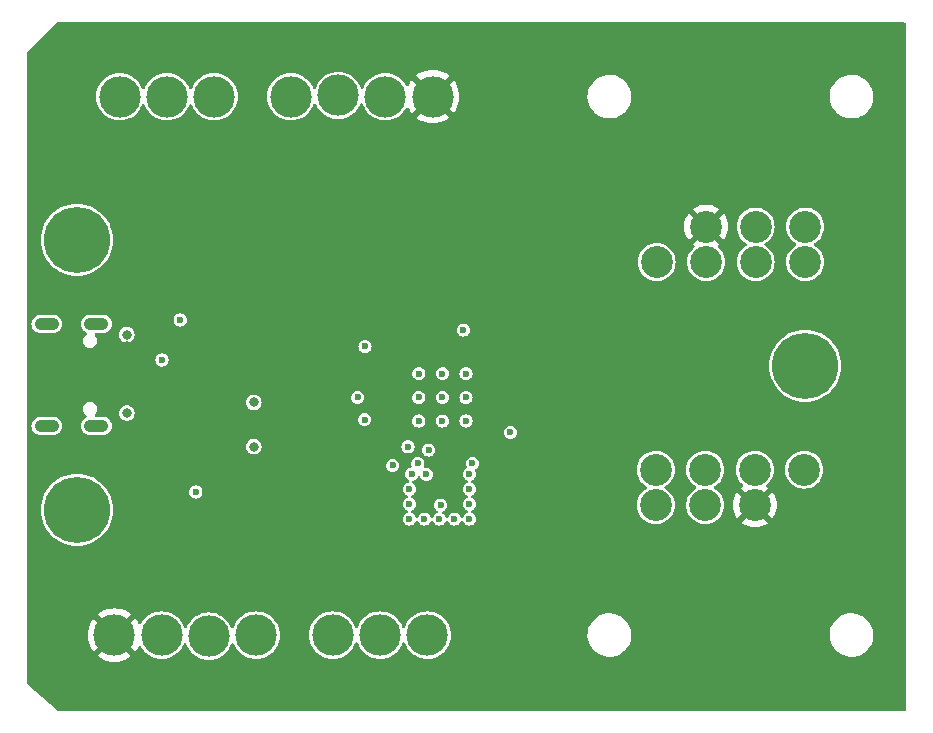
<source format=gbr>
%TF.GenerationSoftware,KiCad,Pcbnew,7.0.6*%
%TF.CreationDate,2023-09-20T14:55:28-04:00*%
%TF.ProjectId,32U4_NES_SNES_adapter,33325534-5f4e-4455-935f-534e45535f61,rev?*%
%TF.SameCoordinates,Original*%
%TF.FileFunction,Copper,L3,Inr*%
%TF.FilePolarity,Positive*%
%FSLAX46Y46*%
G04 Gerber Fmt 4.6, Leading zero omitted, Abs format (unit mm)*
G04 Created by KiCad (PCBNEW 7.0.6) date 2023-09-20 14:55:28*
%MOMM*%
%LPD*%
G01*
G04 APERTURE LIST*
%TA.AperFunction,ComponentPad*%
%ADD10C,3.500000*%
%TD*%
%TA.AperFunction,ComponentPad*%
%ADD11C,2.700000*%
%TD*%
%TA.AperFunction,ComponentPad*%
%ADD12C,5.600000*%
%TD*%
%TA.AperFunction,ComponentPad*%
%ADD13O,2.100000X1.050000*%
%TD*%
%TA.AperFunction,ViaPad*%
%ADD14C,0.600000*%
%TD*%
%TA.AperFunction,ViaPad*%
%ADD15C,0.800000*%
%TD*%
G04 APERTURE END LIST*
D10*
%TO.N,VCC*%
%TO.C,J2*%
X97064000Y-120709000D03*
%TO.N,/SNES_1_CLK*%
X101064000Y-120709000D03*
%TO.N,/SNES_1_LATCH*%
X105064000Y-120809000D03*
%TO.N,/SNES_1_DATA*%
X109064000Y-120709000D03*
%TO.N,unconnected-(J2-Pad5)*%
X115564000Y-120709000D03*
%TO.N,unconnected-(J2-Pad6)*%
X119564000Y-120709000D03*
%TO.N,GND*%
X123564000Y-120709000D03*
%TD*%
D11*
%TO.N,VCC*%
%TO.C,J5*%
X147168000Y-86125000D03*
%TO.N,unconnected-(J5-Pad2)*%
X151359000Y-86125000D03*
%TO.N,unconnected-(J5-Pad3)*%
X155550000Y-86125000D03*
%TO.N,/NES_2_DATA*%
X155550000Y-89125000D03*
%TO.N,/NES_2_LATCH*%
X151359000Y-89125000D03*
%TO.N,/NES_2_CLK*%
X147168000Y-89125000D03*
%TO.N,GND*%
X142977000Y-89125000D03*
%TD*%
D12*
%TO.N,GND*%
%TO.C,H3*%
X155550000Y-97917000D03*
%TD*%
D11*
%TO.N,VCC*%
%TO.C,J4*%
X151282000Y-109709000D03*
%TO.N,unconnected-(J4-Pad2)*%
X147091000Y-109709000D03*
%TO.N,unconnected-(J4-Pad3)*%
X142900000Y-109709000D03*
%TO.N,/NES_1_DATA*%
X142900000Y-106709000D03*
%TO.N,/NES_1_LATCH*%
X147091000Y-106709000D03*
%TO.N,/NES_1_CLK*%
X151282000Y-106709000D03*
%TO.N,GND*%
X155473000Y-106709000D03*
%TD*%
D12*
%TO.N,GND*%
%TO.C,H1*%
X93895500Y-87249000D03*
%TD*%
%TO.N,GND*%
%TO.C,H2*%
X93895500Y-110109000D03*
%TD*%
D10*
%TO.N,VCC*%
%TO.C,J3*%
X124014000Y-75125000D03*
%TO.N,/SNES_2_CLK*%
X120014000Y-75125000D03*
%TO.N,/SNES_2_LATCH*%
X116014000Y-75025000D03*
%TO.N,/SNES_2_DATA*%
X112014000Y-75125000D03*
%TO.N,unconnected-(J3-Pad5)*%
X105514000Y-75125000D03*
%TO.N,unconnected-(J3-Pad6)*%
X101514000Y-75125000D03*
%TO.N,GND*%
X97514000Y-75125000D03*
%TD*%
D13*
%TO.N,unconnected-(J1-PadS1)*%
%TO.C,J1*%
X95535500Y-94359000D03*
%TO.N,unconnected-(J1-PadS2)*%
X95535500Y-102999000D03*
%TO.N,unconnected-(J1-PadS3)*%
X91355500Y-94359000D03*
%TO.N,unconnected-(J1-PadS4)*%
X91355500Y-102999000D03*
%TD*%
D14*
%TO.N,GND*%
X103962200Y-108597750D03*
X127381000Y-106172000D03*
X124688600Y-109702600D03*
X102631200Y-94046000D03*
D15*
X98119000Y-101929000D03*
D14*
X122841000Y-102584000D03*
X125857000Y-110896400D03*
D15*
X108876300Y-101020400D03*
D14*
X122047000Y-108354000D03*
X126618000Y-94894400D03*
X122841000Y-100584000D03*
X122841000Y-98584000D03*
X123317000Y-110894000D03*
X127127000Y-110894000D03*
X122047000Y-110894000D03*
X123670544Y-105039041D03*
X127127000Y-108354000D03*
X126841000Y-98584000D03*
X126841000Y-102584000D03*
X118265000Y-102466200D03*
X127127000Y-109624000D03*
X124841000Y-98584000D03*
X122047000Y-109624000D03*
X127127000Y-107084000D03*
D15*
X98119000Y-95278000D03*
D14*
X122250200Y-107086400D03*
X124841000Y-100584000D03*
X124841000Y-102584000D03*
X124587000Y-110894000D03*
X130584000Y-103544000D03*
X117652800Y-100584000D03*
X118290400Y-96266000D03*
X126841000Y-100584000D03*
X120627200Y-106349800D03*
X123487000Y-107111800D03*
X122758200Y-106172000D03*
X101092000Y-97429000D03*
%TO.N,VCC*%
X102362000Y-104770400D03*
X121587200Y-106349800D03*
X127578000Y-94894400D03*
X103581200Y-110121750D03*
X102631200Y-95946000D03*
X119225000Y-102497377D03*
X130584000Y-102584000D03*
X122341000Y-96266000D03*
D15*
X98119000Y-96238000D03*
D14*
X119151400Y-96266000D03*
%TO.N,Net-(R3-Pad2)*%
X121920000Y-104775000D03*
D15*
X108876300Y-104770400D03*
%TD*%
%TA.AperFunction,Conductor*%
%TO.N,VCC*%
G36*
X164026121Y-68854002D02*
G01*
X164072614Y-68907658D01*
X164084000Y-68960000D01*
X164084000Y-127001000D01*
X164063998Y-127069121D01*
X164010342Y-127115614D01*
X163958000Y-127127000D01*
X92250351Y-127127000D01*
X92182230Y-127106998D01*
X92166061Y-127094655D01*
X89703710Y-124878539D01*
X89666457Y-124818101D01*
X89662000Y-124784884D01*
X89662000Y-120709003D01*
X94801155Y-120709003D01*
X94820513Y-121004356D01*
X94820515Y-121004370D01*
X94878260Y-121294665D01*
X94878262Y-121294675D01*
X94973401Y-121574945D01*
X94973407Y-121574959D01*
X95104317Y-121840420D01*
X95268763Y-122086531D01*
X95296092Y-122117694D01*
X96200176Y-121213611D01*
X96269146Y-121324263D01*
X96409268Y-121471671D01*
X96557420Y-121574788D01*
X95655304Y-122476904D01*
X95655304Y-122476906D01*
X95686468Y-122504236D01*
X95932579Y-122668682D01*
X96198040Y-122799592D01*
X96198054Y-122799598D01*
X96478324Y-122894737D01*
X96478334Y-122894739D01*
X96768629Y-122952484D01*
X96768643Y-122952486D01*
X97063997Y-122971845D01*
X97064003Y-122971845D01*
X97359356Y-122952486D01*
X97359370Y-122952484D01*
X97649665Y-122894739D01*
X97649675Y-122894737D01*
X97929945Y-122799598D01*
X97929959Y-122799592D01*
X98195420Y-122668682D01*
X98441534Y-122504234D01*
X98441536Y-122504233D01*
X98472694Y-122476906D01*
X98472694Y-122476904D01*
X97568487Y-121572697D01*
X97638214Y-121533996D01*
X97792531Y-121401520D01*
X97917021Y-121240692D01*
X97929487Y-121215277D01*
X98831904Y-122117694D01*
X98831906Y-122117694D01*
X98859233Y-122086536D01*
X98859234Y-122086534D01*
X99023684Y-121840417D01*
X99093971Y-121697888D01*
X99142038Y-121645638D01*
X99210724Y-121627671D01*
X99278220Y-121649690D01*
X99317564Y-121693229D01*
X99373400Y-121795484D01*
X99545226Y-122025015D01*
X99545229Y-122025018D01*
X99545231Y-122025021D01*
X99747979Y-122227769D01*
X99747982Y-122227771D01*
X99747984Y-122227773D01*
X99963376Y-122389014D01*
X99977517Y-122399600D01*
X100229174Y-122537015D01*
X100497825Y-122637216D01*
X100497828Y-122637216D01*
X100497832Y-122637218D01*
X100642471Y-122668682D01*
X100778001Y-122698165D01*
X101064000Y-122718620D01*
X101349999Y-122698165D01*
X101630166Y-122637218D01*
X101630167Y-122637218D01*
X101630168Y-122637217D01*
X101630175Y-122637216D01*
X101898826Y-122537015D01*
X102150483Y-122399600D01*
X102380021Y-122227769D01*
X102582769Y-122025021D01*
X102754600Y-121795483D01*
X102892015Y-121543826D01*
X102927296Y-121449231D01*
X102969841Y-121392398D01*
X103036361Y-121367587D01*
X103105736Y-121382678D01*
X103155938Y-121432880D01*
X103163403Y-121449226D01*
X103163407Y-121449235D01*
X103235984Y-121643825D01*
X103312448Y-121783857D01*
X103343333Y-121840420D01*
X103373402Y-121895486D01*
X103545226Y-122125015D01*
X103545229Y-122125018D01*
X103545231Y-122125021D01*
X103747979Y-122327769D01*
X103747982Y-122327771D01*
X103747984Y-122327773D01*
X103947199Y-122476904D01*
X103977517Y-122499600D01*
X104229174Y-122637015D01*
X104497825Y-122737216D01*
X104497828Y-122737216D01*
X104497832Y-122737218D01*
X104659972Y-122772489D01*
X104778001Y-122798165D01*
X105064000Y-122818620D01*
X105349999Y-122798165D01*
X105630166Y-122737218D01*
X105630167Y-122737218D01*
X105630168Y-122737217D01*
X105630175Y-122737216D01*
X105898826Y-122637015D01*
X106150483Y-122499600D01*
X106380021Y-122327769D01*
X106582769Y-122125021D01*
X106754600Y-121895483D01*
X106892015Y-121643826D01*
X106964594Y-121449231D01*
X107007138Y-121392398D01*
X107073658Y-121367587D01*
X107143032Y-121382678D01*
X107193235Y-121432880D01*
X107200704Y-121449233D01*
X107235985Y-121543827D01*
X107307929Y-121675582D01*
X107369645Y-121788607D01*
X107373402Y-121795486D01*
X107545226Y-122025015D01*
X107545229Y-122025018D01*
X107545231Y-122025021D01*
X107747979Y-122227769D01*
X107747982Y-122227771D01*
X107747984Y-122227773D01*
X107963376Y-122389014D01*
X107977517Y-122399600D01*
X108229174Y-122537015D01*
X108497825Y-122637216D01*
X108497828Y-122637216D01*
X108497832Y-122637218D01*
X108642471Y-122668682D01*
X108778001Y-122698165D01*
X109064000Y-122718620D01*
X109349999Y-122698165D01*
X109630166Y-122637218D01*
X109630167Y-122637218D01*
X109630168Y-122637217D01*
X109630175Y-122637216D01*
X109898826Y-122537015D01*
X110150483Y-122399600D01*
X110380021Y-122227769D01*
X110582769Y-122025021D01*
X110754600Y-121795483D01*
X110892015Y-121543826D01*
X110992216Y-121275175D01*
X111053165Y-120994999D01*
X111073620Y-120709000D01*
X113554380Y-120709000D01*
X113574835Y-120995002D01*
X113635781Y-121275166D01*
X113635781Y-121275167D01*
X113735984Y-121543825D01*
X113807929Y-121675582D01*
X113869645Y-121788607D01*
X113873402Y-121795486D01*
X114045226Y-122025015D01*
X114045229Y-122025018D01*
X114045231Y-122025021D01*
X114247979Y-122227769D01*
X114247982Y-122227771D01*
X114247984Y-122227773D01*
X114463376Y-122389014D01*
X114477517Y-122399600D01*
X114729174Y-122537015D01*
X114997825Y-122637216D01*
X114997828Y-122637216D01*
X114997832Y-122637218D01*
X115142471Y-122668682D01*
X115278001Y-122698165D01*
X115564000Y-122718620D01*
X115849999Y-122698165D01*
X116130166Y-122637218D01*
X116130167Y-122637218D01*
X116130168Y-122637217D01*
X116130175Y-122637216D01*
X116398826Y-122537015D01*
X116650483Y-122399600D01*
X116880021Y-122227769D01*
X117082769Y-122025021D01*
X117254600Y-121795483D01*
X117392015Y-121543826D01*
X117445945Y-121399231D01*
X117488489Y-121342399D01*
X117555009Y-121317587D01*
X117624383Y-121332678D01*
X117674586Y-121382879D01*
X117682055Y-121399233D01*
X117735985Y-121543827D01*
X117807929Y-121675582D01*
X117869645Y-121788607D01*
X117873402Y-121795486D01*
X118045226Y-122025015D01*
X118045229Y-122025018D01*
X118045231Y-122025021D01*
X118247979Y-122227769D01*
X118247982Y-122227771D01*
X118247984Y-122227773D01*
X118463376Y-122389014D01*
X118477517Y-122399600D01*
X118729174Y-122537015D01*
X118997825Y-122637216D01*
X118997828Y-122637216D01*
X118997832Y-122637218D01*
X119142471Y-122668682D01*
X119278001Y-122698165D01*
X119564000Y-122718620D01*
X119849999Y-122698165D01*
X120130166Y-122637218D01*
X120130167Y-122637218D01*
X120130168Y-122637217D01*
X120130175Y-122637216D01*
X120398826Y-122537015D01*
X120650483Y-122399600D01*
X120880021Y-122227769D01*
X121082769Y-122025021D01*
X121254600Y-121795483D01*
X121392015Y-121543826D01*
X121445945Y-121399231D01*
X121488489Y-121342399D01*
X121555009Y-121317587D01*
X121624383Y-121332678D01*
X121674586Y-121382879D01*
X121682055Y-121399233D01*
X121735985Y-121543827D01*
X121807929Y-121675582D01*
X121869645Y-121788607D01*
X121873402Y-121795486D01*
X122045226Y-122025015D01*
X122045229Y-122025018D01*
X122045231Y-122025021D01*
X122247979Y-122227769D01*
X122247982Y-122227771D01*
X122247984Y-122227773D01*
X122463376Y-122389014D01*
X122477517Y-122399600D01*
X122729174Y-122537015D01*
X122997825Y-122637216D01*
X122997828Y-122637216D01*
X122997832Y-122637218D01*
X123142471Y-122668682D01*
X123278001Y-122698165D01*
X123564000Y-122718620D01*
X123849999Y-122698165D01*
X124130166Y-122637218D01*
X124130167Y-122637218D01*
X124130168Y-122637217D01*
X124130175Y-122637216D01*
X124398826Y-122537015D01*
X124650483Y-122399600D01*
X124880021Y-122227769D01*
X125082769Y-122025021D01*
X125254600Y-121795483D01*
X125392015Y-121543826D01*
X125492216Y-121275175D01*
X125553165Y-120994999D01*
X125568773Y-120776765D01*
X137120788Y-120776765D01*
X137150412Y-121046014D01*
X137218928Y-121308090D01*
X137324869Y-121557389D01*
X137335592Y-121574959D01*
X137465982Y-121788610D01*
X137639255Y-121996820D01*
X137639257Y-121996822D01*
X137639259Y-121996824D01*
X137739379Y-122086531D01*
X137840998Y-122177582D01*
X138066910Y-122327044D01*
X138312176Y-122442020D01*
X138571569Y-122520060D01*
X138571572Y-122520060D01*
X138571574Y-122520061D01*
X138839557Y-122559500D01*
X138839561Y-122559500D01*
X139042633Y-122559500D01*
X139077363Y-122556957D01*
X139245156Y-122544677D01*
X139245160Y-122544676D01*
X139245161Y-122544676D01*
X139426710Y-122504234D01*
X139509553Y-122485780D01*
X139762558Y-122389014D01*
X139998777Y-122256441D01*
X140213177Y-122090888D01*
X140401186Y-121895881D01*
X140558799Y-121675579D01*
X140572110Y-121649690D01*
X140682656Y-121434675D01*
X140682657Y-121434672D01*
X140693967Y-121401520D01*
X140770118Y-121178305D01*
X140819319Y-120911933D01*
X140824259Y-120776765D01*
X157620788Y-120776765D01*
X157650412Y-121046014D01*
X157718928Y-121308090D01*
X157824869Y-121557389D01*
X157835592Y-121574959D01*
X157965982Y-121788610D01*
X158139255Y-121996820D01*
X158139257Y-121996822D01*
X158139259Y-121996824D01*
X158239379Y-122086531D01*
X158340998Y-122177582D01*
X158566910Y-122327044D01*
X158812176Y-122442020D01*
X159071569Y-122520060D01*
X159071572Y-122520060D01*
X159071574Y-122520061D01*
X159339557Y-122559500D01*
X159339561Y-122559500D01*
X159542633Y-122559500D01*
X159577363Y-122556957D01*
X159745156Y-122544677D01*
X159745160Y-122544676D01*
X159745161Y-122544676D01*
X159926710Y-122504234D01*
X160009553Y-122485780D01*
X160262558Y-122389014D01*
X160498777Y-122256441D01*
X160713177Y-122090888D01*
X160901186Y-121895881D01*
X161058799Y-121675579D01*
X161072110Y-121649690D01*
X161182656Y-121434675D01*
X161182657Y-121434672D01*
X161193967Y-121401520D01*
X161270118Y-121178305D01*
X161319319Y-120911933D01*
X161329212Y-120641235D01*
X161305200Y-120423001D01*
X161299587Y-120371985D01*
X161265000Y-120239689D01*
X161231072Y-120109912D01*
X161224198Y-120093737D01*
X161125130Y-119860610D01*
X161082076Y-119790064D01*
X160984018Y-119629390D01*
X160810745Y-119421180D01*
X160810741Y-119421177D01*
X160810740Y-119421175D01*
X160609012Y-119240427D01*
X160609002Y-119240418D01*
X160383090Y-119090956D01*
X160137824Y-118975980D01*
X159980392Y-118928615D01*
X159878425Y-118897938D01*
X159610442Y-118858500D01*
X159610439Y-118858500D01*
X159407369Y-118858500D01*
X159407367Y-118858500D01*
X159204839Y-118873323D01*
X159204838Y-118873323D01*
X158940456Y-118932217D01*
X158940441Y-118932222D01*
X158687441Y-119028986D01*
X158451229Y-119161555D01*
X158451225Y-119161557D01*
X158236818Y-119327116D01*
X158048815Y-119522117D01*
X158048810Y-119522123D01*
X157891203Y-119742417D01*
X157891196Y-119742427D01*
X157767343Y-119983324D01*
X157767342Y-119983327D01*
X157679883Y-120239689D01*
X157679880Y-120239702D01*
X157630681Y-120506058D01*
X157630680Y-120506069D01*
X157620788Y-120776765D01*
X140824259Y-120776765D01*
X140829212Y-120641235D01*
X140805200Y-120423001D01*
X140799587Y-120371985D01*
X140765000Y-120239689D01*
X140731072Y-120109912D01*
X140724198Y-120093737D01*
X140625130Y-119860610D01*
X140582076Y-119790064D01*
X140484018Y-119629390D01*
X140310745Y-119421180D01*
X140310741Y-119421177D01*
X140310740Y-119421175D01*
X140109012Y-119240427D01*
X140109002Y-119240418D01*
X139883090Y-119090956D01*
X139637824Y-118975980D01*
X139480392Y-118928615D01*
X139378425Y-118897938D01*
X139110442Y-118858500D01*
X139110439Y-118858500D01*
X138907369Y-118858500D01*
X138907367Y-118858500D01*
X138704839Y-118873323D01*
X138704838Y-118873323D01*
X138440456Y-118932217D01*
X138440441Y-118932222D01*
X138187441Y-119028986D01*
X137951229Y-119161555D01*
X137951225Y-119161557D01*
X137736818Y-119327116D01*
X137548815Y-119522117D01*
X137548810Y-119522123D01*
X137391203Y-119742417D01*
X137391196Y-119742427D01*
X137267343Y-119983324D01*
X137267342Y-119983327D01*
X137179883Y-120239689D01*
X137179880Y-120239702D01*
X137130681Y-120506058D01*
X137130680Y-120506069D01*
X137120788Y-120776765D01*
X125568773Y-120776765D01*
X125573620Y-120709000D01*
X125553165Y-120423001D01*
X125513970Y-120242825D01*
X125492218Y-120142833D01*
X125492218Y-120142832D01*
X125492216Y-120142828D01*
X125492216Y-120142825D01*
X125392015Y-119874174D01*
X125254600Y-119622517D01*
X125103880Y-119421180D01*
X125082773Y-119392984D01*
X125082765Y-119392975D01*
X124880024Y-119190234D01*
X124880015Y-119190226D01*
X124650486Y-119018402D01*
X124650484Y-119018401D01*
X124650483Y-119018400D01*
X124492656Y-118932220D01*
X124398825Y-118880984D01*
X124130167Y-118780781D01*
X123850001Y-118719835D01*
X123850003Y-118719835D01*
X123564000Y-118699380D01*
X123277997Y-118719835D01*
X122997833Y-118780781D01*
X122997832Y-118780781D01*
X122729174Y-118880984D01*
X122477513Y-119018402D01*
X122247984Y-119190226D01*
X122247975Y-119190234D01*
X122045234Y-119392975D01*
X122045226Y-119392984D01*
X121873402Y-119622513D01*
X121735985Y-119874172D01*
X121682055Y-120018766D01*
X121639508Y-120075601D01*
X121572987Y-120100412D01*
X121503613Y-120085320D01*
X121453411Y-120035118D01*
X121445948Y-120018775D01*
X121392015Y-119874174D01*
X121254600Y-119622517D01*
X121103880Y-119421180D01*
X121082773Y-119392984D01*
X121082765Y-119392975D01*
X120880024Y-119190234D01*
X120880015Y-119190226D01*
X120650486Y-119018402D01*
X120650484Y-119018401D01*
X120650483Y-119018400D01*
X120492656Y-118932220D01*
X120398825Y-118880984D01*
X120130167Y-118780781D01*
X119850001Y-118719835D01*
X119850003Y-118719835D01*
X119564000Y-118699380D01*
X119277997Y-118719835D01*
X118997833Y-118780781D01*
X118997832Y-118780781D01*
X118729174Y-118880984D01*
X118477513Y-119018402D01*
X118247984Y-119190226D01*
X118247975Y-119190234D01*
X118045234Y-119392975D01*
X118045226Y-119392984D01*
X117873402Y-119622513D01*
X117735985Y-119874172D01*
X117682055Y-120018766D01*
X117639508Y-120075601D01*
X117572987Y-120100412D01*
X117503613Y-120085320D01*
X117453411Y-120035118D01*
X117445948Y-120018775D01*
X117392015Y-119874174D01*
X117254600Y-119622517D01*
X117103880Y-119421180D01*
X117082773Y-119392984D01*
X117082765Y-119392975D01*
X116880024Y-119190234D01*
X116880015Y-119190226D01*
X116650486Y-119018402D01*
X116650484Y-119018401D01*
X116650483Y-119018400D01*
X116492656Y-118932220D01*
X116398825Y-118880984D01*
X116130167Y-118780781D01*
X115850001Y-118719835D01*
X115850003Y-118719835D01*
X115564000Y-118699380D01*
X115277997Y-118719835D01*
X114997833Y-118780781D01*
X114997832Y-118780781D01*
X114729174Y-118880984D01*
X114477513Y-119018402D01*
X114247984Y-119190226D01*
X114247975Y-119190234D01*
X114045234Y-119392975D01*
X114045226Y-119392984D01*
X113873402Y-119622513D01*
X113735984Y-119874174D01*
X113635781Y-120142832D01*
X113635781Y-120142833D01*
X113574835Y-120422997D01*
X113554380Y-120709000D01*
X111073620Y-120709000D01*
X111053165Y-120423001D01*
X111013970Y-120242825D01*
X110992218Y-120142833D01*
X110992218Y-120142832D01*
X110992216Y-120142828D01*
X110992216Y-120142825D01*
X110892015Y-119874174D01*
X110754600Y-119622517D01*
X110603880Y-119421180D01*
X110582773Y-119392984D01*
X110582765Y-119392975D01*
X110380024Y-119190234D01*
X110380015Y-119190226D01*
X110150486Y-119018402D01*
X110150484Y-119018401D01*
X110150483Y-119018400D01*
X109992656Y-118932220D01*
X109898825Y-118880984D01*
X109630167Y-118780781D01*
X109350001Y-118719835D01*
X109350003Y-118719835D01*
X109064000Y-118699380D01*
X108777997Y-118719835D01*
X108497833Y-118780781D01*
X108497832Y-118780781D01*
X108229174Y-118880984D01*
X107977513Y-119018402D01*
X107747984Y-119190226D01*
X107747975Y-119190234D01*
X107545234Y-119392975D01*
X107545226Y-119392984D01*
X107373402Y-119622513D01*
X107235984Y-119874174D01*
X107163407Y-120068765D01*
X107120860Y-120125601D01*
X107054340Y-120150412D01*
X106984966Y-120135321D01*
X106934764Y-120085119D01*
X106927297Y-120068769D01*
X106892015Y-119974174D01*
X106754600Y-119722517D01*
X106684886Y-119629390D01*
X106582773Y-119492984D01*
X106582765Y-119492975D01*
X106380024Y-119290234D01*
X106380015Y-119290226D01*
X106150486Y-119118402D01*
X106150484Y-119118401D01*
X106150483Y-119118400D01*
X106038857Y-119057448D01*
X105898825Y-118980984D01*
X105630167Y-118880781D01*
X105350001Y-118819835D01*
X105350003Y-118819835D01*
X105064000Y-118799380D01*
X104777997Y-118819835D01*
X104497833Y-118880781D01*
X104497832Y-118880781D01*
X104229174Y-118980984D01*
X103977513Y-119118402D01*
X103747984Y-119290226D01*
X103747975Y-119290234D01*
X103545234Y-119492975D01*
X103545226Y-119492984D01*
X103373402Y-119722513D01*
X103235984Y-119974175D01*
X103235981Y-119974182D01*
X103200703Y-120068766D01*
X103158157Y-120125602D01*
X103091636Y-120150412D01*
X103022262Y-120135320D01*
X102972060Y-120085118D01*
X102964598Y-120068779D01*
X102892015Y-119874174D01*
X102754600Y-119622517D01*
X102603880Y-119421180D01*
X102582773Y-119392984D01*
X102582765Y-119392975D01*
X102380024Y-119190234D01*
X102380015Y-119190226D01*
X102150486Y-119018402D01*
X102150484Y-119018401D01*
X102150483Y-119018400D01*
X101992656Y-118932220D01*
X101898825Y-118880984D01*
X101630167Y-118780781D01*
X101350001Y-118719835D01*
X101350003Y-118719835D01*
X101064000Y-118699380D01*
X100777997Y-118719835D01*
X100497833Y-118780781D01*
X100497832Y-118780781D01*
X100229174Y-118880984D01*
X99977513Y-119018402D01*
X99747984Y-119190226D01*
X99747975Y-119190234D01*
X99545234Y-119392975D01*
X99545226Y-119392984D01*
X99373400Y-119622515D01*
X99317564Y-119724771D01*
X99267362Y-119774973D01*
X99197988Y-119790064D01*
X99131467Y-119765253D01*
X99093971Y-119720113D01*
X99023682Y-119577580D01*
X98859236Y-119331468D01*
X98831906Y-119300304D01*
X98831904Y-119300304D01*
X97927822Y-120204386D01*
X97858854Y-120093737D01*
X97718732Y-119946329D01*
X97570577Y-119843210D01*
X98472694Y-118941092D01*
X98441531Y-118913763D01*
X98195420Y-118749317D01*
X97929959Y-118618407D01*
X97929945Y-118618401D01*
X97649675Y-118523262D01*
X97649665Y-118523260D01*
X97359370Y-118465515D01*
X97359356Y-118465513D01*
X97064003Y-118446155D01*
X97063997Y-118446155D01*
X96768643Y-118465513D01*
X96768629Y-118465515D01*
X96478334Y-118523260D01*
X96478324Y-118523262D01*
X96198054Y-118618401D01*
X96198040Y-118618407D01*
X95932580Y-118749317D01*
X95686467Y-118913763D01*
X95686463Y-118913766D01*
X95655304Y-118941092D01*
X95655304Y-118941094D01*
X96559512Y-119845302D01*
X96489786Y-119884004D01*
X96335469Y-120016480D01*
X96210979Y-120177308D01*
X96198512Y-120202722D01*
X95296094Y-119300304D01*
X95296092Y-119300304D01*
X95268766Y-119331463D01*
X95268763Y-119331467D01*
X95104317Y-119577580D01*
X94973407Y-119843040D01*
X94973401Y-119843054D01*
X94878262Y-120123324D01*
X94878260Y-120123334D01*
X94820515Y-120413629D01*
X94820513Y-120413643D01*
X94801155Y-120708996D01*
X94801155Y-120709003D01*
X89662000Y-120709003D01*
X89662000Y-110108999D01*
X90836187Y-110108999D01*
X90855422Y-110451529D01*
X90912888Y-110789754D01*
X91007866Y-111119431D01*
X91139153Y-111436384D01*
X91139156Y-111436389D01*
X91305103Y-111736649D01*
X91503630Y-112016446D01*
X91503635Y-112016453D01*
X91602497Y-112127079D01*
X91732239Y-112272261D01*
X91894696Y-112417441D01*
X91988046Y-112500864D01*
X91988053Y-112500869D01*
X92267850Y-112699396D01*
X92358614Y-112749559D01*
X92568114Y-112865346D01*
X92885073Y-112996635D01*
X93214739Y-113091610D01*
X93552966Y-113149077D01*
X93895500Y-113168313D01*
X94238034Y-113149077D01*
X94576261Y-113091610D01*
X94905927Y-112996635D01*
X95222886Y-112865346D01*
X95523153Y-112699394D01*
X95802950Y-112500867D01*
X96058761Y-112272261D01*
X96287367Y-112016450D01*
X96485894Y-111736653D01*
X96651846Y-111436386D01*
X96783135Y-111119427D01*
X96848079Y-110894000D01*
X121487715Y-110894000D01*
X121506771Y-111038752D01*
X121562644Y-111173641D01*
X121562649Y-111173649D01*
X121651525Y-111289474D01*
X121767350Y-111378350D01*
X121767357Y-111378355D01*
X121902246Y-111434228D01*
X122047000Y-111453285D01*
X122191754Y-111434228D01*
X122326643Y-111378355D01*
X122442474Y-111289474D01*
X122531355Y-111173643D01*
X122565592Y-111090987D01*
X122610139Y-111035708D01*
X122677503Y-111013287D01*
X122746294Y-111030845D01*
X122794672Y-111082807D01*
X122798403Y-111090977D01*
X122798906Y-111092189D01*
X122832644Y-111173641D01*
X122832649Y-111173649D01*
X122921525Y-111289474D01*
X123037350Y-111378350D01*
X123037357Y-111378355D01*
X123172246Y-111434228D01*
X123317000Y-111453285D01*
X123461754Y-111434228D01*
X123596643Y-111378355D01*
X123712474Y-111289474D01*
X123801355Y-111173643D01*
X123835592Y-111090987D01*
X123880139Y-111035708D01*
X123947503Y-111013287D01*
X124016294Y-111030845D01*
X124064672Y-111082807D01*
X124068403Y-111090977D01*
X124068906Y-111092189D01*
X124102644Y-111173641D01*
X124102649Y-111173649D01*
X124191525Y-111289474D01*
X124307350Y-111378350D01*
X124307357Y-111378355D01*
X124442246Y-111434228D01*
X124587000Y-111453285D01*
X124731754Y-111434228D01*
X124866643Y-111378355D01*
X124982474Y-111289474D01*
X125071355Y-111173643D01*
X125105095Y-111092187D01*
X125149641Y-111036909D01*
X125217004Y-111014487D01*
X125285795Y-111032045D01*
X125334174Y-111084006D01*
X125337910Y-111092188D01*
X125372642Y-111176037D01*
X125372649Y-111176049D01*
X125461525Y-111291874D01*
X125574229Y-111378355D01*
X125577357Y-111380755D01*
X125712246Y-111436628D01*
X125857000Y-111455685D01*
X126001754Y-111436628D01*
X126136643Y-111380755D01*
X126252474Y-111291874D01*
X126341355Y-111176043D01*
X126376089Y-111092187D01*
X126420636Y-111036908D01*
X126488000Y-111014487D01*
X126556791Y-111032045D01*
X126605169Y-111084007D01*
X126608901Y-111092178D01*
X126608905Y-111092188D01*
X126608906Y-111092189D01*
X126642644Y-111173641D01*
X126642649Y-111173649D01*
X126731525Y-111289474D01*
X126847350Y-111378350D01*
X126847357Y-111378355D01*
X126982246Y-111434228D01*
X127054622Y-111443756D01*
X127126999Y-111453285D01*
X127126999Y-111453284D01*
X127127000Y-111453285D01*
X127271754Y-111434228D01*
X127406643Y-111378355D01*
X127522474Y-111289474D01*
X127611355Y-111173643D01*
X127667228Y-111038754D01*
X127686285Y-110894000D01*
X127667228Y-110749246D01*
X127611355Y-110614358D01*
X127522474Y-110498526D01*
X127522472Y-110498524D01*
X127522471Y-110498523D01*
X127406649Y-110409649D01*
X127406641Y-110409644D01*
X127353810Y-110387761D01*
X127323987Y-110375407D01*
X127268708Y-110330861D01*
X127246287Y-110263497D01*
X127263845Y-110194706D01*
X127315807Y-110146328D01*
X127323977Y-110142596D01*
X127406643Y-110108355D01*
X127522474Y-110019474D01*
X127611355Y-109903643D01*
X127667228Y-109768754D01*
X127675095Y-109709000D01*
X141290539Y-109709000D01*
X141310354Y-109960775D01*
X141328980Y-110038358D01*
X141369311Y-110206349D01*
X141459966Y-110425208D01*
X141465960Y-110439680D01*
X141574474Y-110616759D01*
X141597920Y-110655018D01*
X141597921Y-110655020D01*
X141761938Y-110847061D01*
X141953979Y-111011078D01*
X141953983Y-111011081D01*
X142169320Y-111143040D01*
X142402649Y-111239688D01*
X142648225Y-111298646D01*
X142900000Y-111318461D01*
X143151775Y-111298646D01*
X143397351Y-111239688D01*
X143630680Y-111143040D01*
X143846017Y-111011081D01*
X144038061Y-110847061D01*
X144202081Y-110655017D01*
X144334040Y-110439680D01*
X144430688Y-110206351D01*
X144489646Y-109960775D01*
X144509461Y-109709000D01*
X145481539Y-109709000D01*
X145501354Y-109960775D01*
X145519980Y-110038358D01*
X145560311Y-110206349D01*
X145650966Y-110425208D01*
X145656960Y-110439680D01*
X145765474Y-110616759D01*
X145788920Y-110655018D01*
X145788921Y-110655020D01*
X145952938Y-110847061D01*
X146144979Y-111011078D01*
X146144983Y-111011081D01*
X146360320Y-111143040D01*
X146593649Y-111239688D01*
X146839225Y-111298646D01*
X147091000Y-111318461D01*
X147342775Y-111298646D01*
X147588351Y-111239688D01*
X147821680Y-111143040D01*
X148037017Y-111011081D01*
X148229061Y-110847061D01*
X148393081Y-110655017D01*
X148525040Y-110439680D01*
X148621688Y-110206351D01*
X148680646Y-109960775D01*
X148700461Y-109709000D01*
X149419254Y-109709000D01*
X149438213Y-109974092D01*
X149494707Y-110233793D01*
X149587587Y-110482814D01*
X149714958Y-110716076D01*
X149800903Y-110830885D01*
X149800903Y-110830886D01*
X150563155Y-110068633D01*
X150652577Y-110210948D01*
X150780052Y-110338423D01*
X150922364Y-110427843D01*
X150160112Y-111190095D01*
X150160113Y-111190096D01*
X150274919Y-111276039D01*
X150508185Y-111403412D01*
X150757206Y-111496292D01*
X151016907Y-111552786D01*
X151282000Y-111571745D01*
X151547092Y-111552786D01*
X151806793Y-111496292D01*
X152055814Y-111403412D01*
X152289076Y-111276042D01*
X152403885Y-111190095D01*
X152403886Y-111190095D01*
X151641634Y-110427843D01*
X151783948Y-110338423D01*
X151911423Y-110210948D01*
X152000843Y-110068634D01*
X152763095Y-110830886D01*
X152763095Y-110830885D01*
X152849042Y-110716076D01*
X152976412Y-110482814D01*
X153069292Y-110233793D01*
X153125786Y-109974092D01*
X153144745Y-109709000D01*
X153125786Y-109443907D01*
X153069292Y-109184206D01*
X152976412Y-108935185D01*
X152849039Y-108701919D01*
X152763096Y-108587113D01*
X152763095Y-108587112D01*
X152000843Y-109349364D01*
X151911423Y-109207052D01*
X151783948Y-109079577D01*
X151641634Y-108990155D01*
X152403886Y-108227903D01*
X152403885Y-108227902D01*
X152300964Y-108150856D01*
X152258417Y-108094020D01*
X152253353Y-108023204D01*
X152287378Y-107960892D01*
X152294623Y-107954194D01*
X152420061Y-107847061D01*
X152584081Y-107655017D01*
X152716040Y-107439680D01*
X152812688Y-107206351D01*
X152871646Y-106960775D01*
X152891461Y-106709000D01*
X153863539Y-106709000D01*
X153883354Y-106960774D01*
X153942311Y-107206349D01*
X154018980Y-107391443D01*
X154038960Y-107439680D01*
X154170728Y-107654706D01*
X154170920Y-107655018D01*
X154170921Y-107655020D01*
X154334938Y-107847061D01*
X154526979Y-108011078D01*
X154526983Y-108011081D01*
X154742320Y-108143040D01*
X154975649Y-108239688D01*
X155221225Y-108298646D01*
X155473000Y-108318461D01*
X155724775Y-108298646D01*
X155970351Y-108239688D01*
X156203680Y-108143040D01*
X156419017Y-108011081D01*
X156611061Y-107847061D01*
X156775081Y-107655017D01*
X156907040Y-107439680D01*
X157003688Y-107206351D01*
X157062646Y-106960775D01*
X157082461Y-106709000D01*
X157062646Y-106457225D01*
X157003688Y-106211649D01*
X156907040Y-105978320D01*
X156775081Y-105762983D01*
X156775078Y-105762979D01*
X156611061Y-105570938D01*
X156419020Y-105406921D01*
X156419018Y-105406920D01*
X156419017Y-105406919D01*
X156203680Y-105274960D01*
X156166007Y-105259355D01*
X155970349Y-105178311D01*
X155802358Y-105137980D01*
X155724775Y-105119354D01*
X155473000Y-105099539D01*
X155221225Y-105119354D01*
X154975650Y-105178311D01*
X154742321Y-105274959D01*
X154526981Y-105406920D01*
X154526979Y-105406921D01*
X154334938Y-105570938D01*
X154170921Y-105762979D01*
X154170920Y-105762981D01*
X154038959Y-105978321D01*
X153942311Y-106211650D01*
X153883354Y-106457225D01*
X153863539Y-106709000D01*
X152891461Y-106709000D01*
X152871646Y-106457225D01*
X152812688Y-106211649D01*
X152716040Y-105978320D01*
X152584081Y-105762983D01*
X152584078Y-105762979D01*
X152420061Y-105570938D01*
X152228020Y-105406921D01*
X152228018Y-105406920D01*
X152228017Y-105406919D01*
X152012680Y-105274960D01*
X151975007Y-105259355D01*
X151779349Y-105178311D01*
X151611358Y-105137980D01*
X151533775Y-105119354D01*
X151282000Y-105099539D01*
X151281999Y-105099539D01*
X151030225Y-105119354D01*
X150784650Y-105178311D01*
X150551321Y-105274959D01*
X150335981Y-105406920D01*
X150335979Y-105406921D01*
X150143938Y-105570938D01*
X149979921Y-105762979D01*
X149979920Y-105762981D01*
X149847959Y-105978321D01*
X149751311Y-106211650D01*
X149692354Y-106457225D01*
X149676287Y-106661383D01*
X149672539Y-106709000D01*
X149682389Y-106834150D01*
X149692354Y-106960774D01*
X149751311Y-107206349D01*
X149827980Y-107391443D01*
X149847960Y-107439680D01*
X149979728Y-107654706D01*
X149979920Y-107655018D01*
X149979921Y-107655020D01*
X150143938Y-107847061D01*
X150269356Y-107954177D01*
X150308165Y-108013627D01*
X150308673Y-108084622D01*
X150270717Y-108144621D01*
X150263035Y-108150856D01*
X150160113Y-108227902D01*
X150160112Y-108227903D01*
X150922365Y-108990155D01*
X150780052Y-109079577D01*
X150652577Y-109207052D01*
X150563156Y-109349364D01*
X149800903Y-108587112D01*
X149800902Y-108587113D01*
X149714957Y-108701924D01*
X149587587Y-108935185D01*
X149494707Y-109184206D01*
X149438213Y-109443907D01*
X149419254Y-109709000D01*
X148700461Y-109709000D01*
X148680646Y-109457225D01*
X148621688Y-109211649D01*
X148525040Y-108978320D01*
X148393081Y-108762983D01*
X148393078Y-108762979D01*
X148229061Y-108570938D01*
X148037020Y-108406921D01*
X148037018Y-108406920D01*
X148037017Y-108406919D01*
X147889353Y-108316430D01*
X147841725Y-108263785D01*
X147830118Y-108193744D01*
X147858221Y-108128546D01*
X147889352Y-108101570D01*
X148037017Y-108011081D01*
X148229061Y-107847061D01*
X148393081Y-107655017D01*
X148525040Y-107439680D01*
X148621688Y-107206351D01*
X148680646Y-106960775D01*
X148700461Y-106709000D01*
X148680646Y-106457225D01*
X148621688Y-106211649D01*
X148525040Y-105978320D01*
X148393081Y-105762983D01*
X148393078Y-105762979D01*
X148229061Y-105570938D01*
X148037020Y-105406921D01*
X148037018Y-105406920D01*
X148037017Y-105406919D01*
X147821680Y-105274960D01*
X147784007Y-105259355D01*
X147588349Y-105178311D01*
X147420358Y-105137980D01*
X147342775Y-105119354D01*
X147091000Y-105099539D01*
X147090999Y-105099539D01*
X146839225Y-105119354D01*
X146593650Y-105178311D01*
X146360321Y-105274959D01*
X146144981Y-105406920D01*
X146144979Y-105406921D01*
X145952938Y-105570938D01*
X145788921Y-105762979D01*
X145788920Y-105762981D01*
X145656959Y-105978321D01*
X145560311Y-106211650D01*
X145501354Y-106457225D01*
X145485287Y-106661383D01*
X145481539Y-106709000D01*
X145491389Y-106834150D01*
X145501354Y-106960774D01*
X145560311Y-107206349D01*
X145636980Y-107391443D01*
X145656960Y-107439680D01*
X145788728Y-107654706D01*
X145788920Y-107655018D01*
X145788921Y-107655020D01*
X145952938Y-107847061D01*
X146144979Y-108011078D01*
X146144983Y-108011081D01*
X146292643Y-108101567D01*
X146340274Y-108154215D01*
X146351881Y-108224256D01*
X146323778Y-108289454D01*
X146292644Y-108316431D01*
X146231339Y-108354000D01*
X146144981Y-108406920D01*
X146144979Y-108406921D01*
X145952938Y-108570938D01*
X145788921Y-108762979D01*
X145788920Y-108762981D01*
X145656959Y-108978321D01*
X145560311Y-109211650D01*
X145504551Y-109443907D01*
X145501354Y-109457225D01*
X145481539Y-109709000D01*
X144509461Y-109709000D01*
X144489646Y-109457225D01*
X144430688Y-109211649D01*
X144334040Y-108978320D01*
X144202081Y-108762983D01*
X144202078Y-108762979D01*
X144038061Y-108570938D01*
X143846020Y-108406921D01*
X143846018Y-108406920D01*
X143846017Y-108406919D01*
X143698353Y-108316430D01*
X143650725Y-108263785D01*
X143639118Y-108193744D01*
X143667221Y-108128546D01*
X143698352Y-108101570D01*
X143846017Y-108011081D01*
X144038061Y-107847061D01*
X144202081Y-107655017D01*
X144334040Y-107439680D01*
X144430688Y-107206351D01*
X144489646Y-106960775D01*
X144509461Y-106709000D01*
X144489646Y-106457225D01*
X144430688Y-106211649D01*
X144334040Y-105978320D01*
X144202081Y-105762983D01*
X144202078Y-105762979D01*
X144038061Y-105570938D01*
X143846020Y-105406921D01*
X143846018Y-105406920D01*
X143846017Y-105406919D01*
X143630680Y-105274960D01*
X143593007Y-105259355D01*
X143397349Y-105178311D01*
X143229358Y-105137980D01*
X143151775Y-105119354D01*
X142900000Y-105099539D01*
X142648225Y-105119354D01*
X142402650Y-105178311D01*
X142169321Y-105274959D01*
X141953981Y-105406920D01*
X141953979Y-105406921D01*
X141761938Y-105570938D01*
X141597921Y-105762979D01*
X141597920Y-105762981D01*
X141465959Y-105978321D01*
X141369311Y-106211650D01*
X141310354Y-106457225D01*
X141290539Y-106709000D01*
X141310354Y-106960774D01*
X141369311Y-107206349D01*
X141445980Y-107391443D01*
X141465960Y-107439680D01*
X141597728Y-107654706D01*
X141597920Y-107655018D01*
X141597921Y-107655020D01*
X141761938Y-107847061D01*
X141953979Y-108011078D01*
X141953983Y-108011081D01*
X142101643Y-108101567D01*
X142149274Y-108154215D01*
X142160881Y-108224256D01*
X142132778Y-108289454D01*
X142101644Y-108316431D01*
X142040339Y-108354000D01*
X141953981Y-108406920D01*
X141953979Y-108406921D01*
X141761938Y-108570938D01*
X141597921Y-108762979D01*
X141597920Y-108762981D01*
X141465959Y-108978321D01*
X141369311Y-109211650D01*
X141313551Y-109443907D01*
X141310354Y-109457225D01*
X141290539Y-109709000D01*
X127675095Y-109709000D01*
X127686285Y-109624000D01*
X127667228Y-109479246D01*
X127611355Y-109344358D01*
X127522474Y-109228526D01*
X127522472Y-109228524D01*
X127522471Y-109228523D01*
X127406649Y-109139649D01*
X127406641Y-109139644D01*
X127385453Y-109130868D01*
X127323987Y-109105407D01*
X127268708Y-109060861D01*
X127246287Y-108993497D01*
X127263845Y-108924706D01*
X127315807Y-108876328D01*
X127323977Y-108872596D01*
X127406643Y-108838355D01*
X127522474Y-108749474D01*
X127611355Y-108633643D01*
X127667228Y-108498754D01*
X127686285Y-108354000D01*
X127667228Y-108209246D01*
X127611355Y-108074358D01*
X127522474Y-107958526D01*
X127522472Y-107958524D01*
X127522471Y-107958523D01*
X127406649Y-107869649D01*
X127406641Y-107869644D01*
X127385453Y-107860868D01*
X127323987Y-107835407D01*
X127268708Y-107790861D01*
X127246287Y-107723497D01*
X127263845Y-107654706D01*
X127315807Y-107606328D01*
X127323977Y-107602596D01*
X127406643Y-107568355D01*
X127522474Y-107479474D01*
X127611355Y-107363643D01*
X127667228Y-107228754D01*
X127686285Y-107084000D01*
X127667228Y-106939246D01*
X127613679Y-106809970D01*
X127606090Y-106739381D01*
X127637869Y-106675894D01*
X127654860Y-106662385D01*
X127654091Y-106661383D01*
X127776474Y-106567474D01*
X127787622Y-106552946D01*
X127865355Y-106451643D01*
X127921228Y-106316754D01*
X127940285Y-106172000D01*
X127921228Y-106027246D01*
X127865355Y-105892358D01*
X127776474Y-105776526D01*
X127776472Y-105776524D01*
X127776471Y-105776523D01*
X127660649Y-105687649D01*
X127660641Y-105687644D01*
X127525752Y-105631771D01*
X127381000Y-105612715D01*
X127236247Y-105631771D01*
X127168801Y-105659708D01*
X127101358Y-105687645D01*
X127101357Y-105687646D01*
X127101356Y-105687646D01*
X126985526Y-105776526D01*
X126896646Y-105892356D01*
X126896645Y-105892358D01*
X126870978Y-105954323D01*
X126840771Y-106027247D01*
X126821715Y-106171999D01*
X126821715Y-106172000D01*
X126840771Y-106316752D01*
X126840772Y-106316754D01*
X126891467Y-106439143D01*
X126894320Y-106446029D01*
X126901909Y-106516619D01*
X126870130Y-106580106D01*
X126853154Y-106593633D01*
X126853910Y-106594618D01*
X126847359Y-106599644D01*
X126847358Y-106599645D01*
X126765594Y-106662385D01*
X126731526Y-106688526D01*
X126642646Y-106804356D01*
X126642645Y-106804358D01*
X126631130Y-106832158D01*
X126586771Y-106939247D01*
X126567715Y-107083999D01*
X126567715Y-107084000D01*
X126586771Y-107228752D01*
X126642644Y-107363641D01*
X126642649Y-107363649D01*
X126731525Y-107479474D01*
X126767755Y-107507274D01*
X126847357Y-107568355D01*
X126930012Y-107602592D01*
X126985291Y-107647138D01*
X127007712Y-107714501D01*
X126990154Y-107783293D01*
X126938192Y-107831671D01*
X126930012Y-107835407D01*
X126847361Y-107869643D01*
X126847356Y-107869646D01*
X126731526Y-107958526D01*
X126642646Y-108074356D01*
X126642645Y-108074358D01*
X126634501Y-108094020D01*
X126586771Y-108209247D01*
X126567715Y-108353999D01*
X126567715Y-108354000D01*
X126586771Y-108498752D01*
X126642644Y-108633641D01*
X126642649Y-108633649D01*
X126731525Y-108749474D01*
X126847350Y-108838350D01*
X126847357Y-108838355D01*
X126930012Y-108872592D01*
X126985291Y-108917138D01*
X127007712Y-108984501D01*
X126990154Y-109053293D01*
X126938192Y-109101671D01*
X126930012Y-109105407D01*
X126847361Y-109139643D01*
X126847356Y-109139646D01*
X126731526Y-109228526D01*
X126642646Y-109344356D01*
X126642645Y-109344358D01*
X126614708Y-109411801D01*
X126586771Y-109479247D01*
X126567715Y-109623999D01*
X126567715Y-109624000D01*
X126586771Y-109768752D01*
X126642644Y-109903641D01*
X126642649Y-109903649D01*
X126731525Y-110019474D01*
X126847350Y-110108350D01*
X126847357Y-110108355D01*
X126930012Y-110142592D01*
X126985291Y-110187138D01*
X127007712Y-110254501D01*
X126990154Y-110323293D01*
X126938192Y-110371671D01*
X126930012Y-110375407D01*
X126847361Y-110409643D01*
X126847356Y-110409646D01*
X126731526Y-110498526D01*
X126642646Y-110614356D01*
X126642643Y-110614361D01*
X126607910Y-110698212D01*
X126563361Y-110753492D01*
X126495997Y-110775912D01*
X126427206Y-110758353D01*
X126378829Y-110706390D01*
X126375102Y-110698230D01*
X126341355Y-110616758D01*
X126252474Y-110500926D01*
X126252472Y-110500924D01*
X126252471Y-110500923D01*
X126136649Y-110412049D01*
X126136641Y-110412044D01*
X126001752Y-110356171D01*
X125857000Y-110337115D01*
X125712247Y-110356171D01*
X125674828Y-110371671D01*
X125577358Y-110412045D01*
X125577357Y-110412046D01*
X125577356Y-110412046D01*
X125461526Y-110500926D01*
X125372646Y-110616756D01*
X125372642Y-110616763D01*
X125338905Y-110698211D01*
X125294357Y-110753492D01*
X125226993Y-110775912D01*
X125158202Y-110758353D01*
X125109824Y-110706391D01*
X125106089Y-110698211D01*
X125072351Y-110616763D01*
X125071355Y-110614358D01*
X124982474Y-110498526D01*
X124976415Y-110493877D01*
X124886925Y-110425208D01*
X124845058Y-110367870D01*
X124840837Y-110296999D01*
X124875602Y-110235096D01*
X124915409Y-110208839D01*
X124968243Y-110186955D01*
X125084074Y-110098074D01*
X125172955Y-109982243D01*
X125228828Y-109847354D01*
X125247885Y-109702600D01*
X125228828Y-109557846D01*
X125172955Y-109422958D01*
X125084074Y-109307126D01*
X125084072Y-109307124D01*
X125084071Y-109307123D01*
X124968249Y-109218249D01*
X124968241Y-109218244D01*
X124833352Y-109162371D01*
X124688600Y-109143315D01*
X124543847Y-109162371D01*
X124476402Y-109190308D01*
X124408958Y-109218245D01*
X124408957Y-109218246D01*
X124408956Y-109218246D01*
X124293126Y-109307126D01*
X124204246Y-109422956D01*
X124204245Y-109422958D01*
X124195568Y-109443907D01*
X124148371Y-109557847D01*
X124129315Y-109702599D01*
X124129315Y-109702600D01*
X124148371Y-109847352D01*
X124204244Y-109982241D01*
X124204249Y-109982249D01*
X124293125Y-110098074D01*
X124388673Y-110171391D01*
X124430540Y-110228729D01*
X124434762Y-110299600D01*
X124399998Y-110361503D01*
X124360189Y-110387761D01*
X124307361Y-110409643D01*
X124307356Y-110409646D01*
X124191526Y-110498526D01*
X124102646Y-110614356D01*
X124102642Y-110614363D01*
X124068408Y-110697011D01*
X124023860Y-110752292D01*
X123956496Y-110774712D01*
X123887705Y-110757153D01*
X123839327Y-110705191D01*
X123835592Y-110697011D01*
X123802351Y-110616763D01*
X123801355Y-110614358D01*
X123712474Y-110498526D01*
X123712472Y-110498524D01*
X123712471Y-110498523D01*
X123596649Y-110409649D01*
X123596641Y-110409644D01*
X123461752Y-110353771D01*
X123317000Y-110334715D01*
X123172247Y-110353771D01*
X123129034Y-110371671D01*
X123037358Y-110409645D01*
X123037357Y-110409646D01*
X123037356Y-110409646D01*
X122921526Y-110498526D01*
X122832646Y-110614356D01*
X122832643Y-110614361D01*
X122798407Y-110697012D01*
X122753858Y-110752292D01*
X122686494Y-110774712D01*
X122617703Y-110757153D01*
X122569326Y-110705190D01*
X122565599Y-110697031D01*
X122531355Y-110614358D01*
X122442474Y-110498526D01*
X122442472Y-110498524D01*
X122442471Y-110498523D01*
X122326649Y-110409649D01*
X122326641Y-110409644D01*
X122273810Y-110387761D01*
X122243987Y-110375407D01*
X122188708Y-110330861D01*
X122166287Y-110263497D01*
X122183845Y-110194706D01*
X122235807Y-110146328D01*
X122243977Y-110142596D01*
X122326643Y-110108355D01*
X122442474Y-110019474D01*
X122531355Y-109903643D01*
X122587228Y-109768754D01*
X122606285Y-109624000D01*
X122587228Y-109479246D01*
X122531355Y-109344358D01*
X122442474Y-109228526D01*
X122442472Y-109228524D01*
X122442471Y-109228523D01*
X122326649Y-109139649D01*
X122326641Y-109139644D01*
X122305453Y-109130868D01*
X122243987Y-109105407D01*
X122188708Y-109060861D01*
X122166287Y-108993497D01*
X122183845Y-108924706D01*
X122235807Y-108876328D01*
X122243977Y-108872596D01*
X122326643Y-108838355D01*
X122442474Y-108749474D01*
X122531355Y-108633643D01*
X122587228Y-108498754D01*
X122606285Y-108354000D01*
X122587228Y-108209246D01*
X122531355Y-108074358D01*
X122442474Y-107958526D01*
X122442472Y-107958524D01*
X122442471Y-107958523D01*
X122326649Y-107869649D01*
X122326644Y-107869646D01*
X122326643Y-107869645D01*
X122326639Y-107869643D01*
X122319493Y-107865518D01*
X122321016Y-107862878D01*
X122277062Y-107827435D01*
X122254662Y-107760065D01*
X122272241Y-107691279D01*
X122324218Y-107642916D01*
X122364130Y-107630685D01*
X122394954Y-107626628D01*
X122529843Y-107570755D01*
X122645674Y-107481874D01*
X122734555Y-107366043D01*
X122746932Y-107336162D01*
X122791477Y-107280884D01*
X122858840Y-107258462D01*
X122927631Y-107276019D01*
X122976010Y-107327980D01*
X122979744Y-107336155D01*
X122995412Y-107373982D01*
X123002644Y-107391441D01*
X123002649Y-107391449D01*
X123091525Y-107507274D01*
X123183079Y-107577526D01*
X123207357Y-107596155D01*
X123342246Y-107652028D01*
X123364958Y-107655018D01*
X123486999Y-107671085D01*
X123486999Y-107671084D01*
X123487000Y-107671085D01*
X123631754Y-107652028D01*
X123766643Y-107596155D01*
X123882474Y-107507274D01*
X123971355Y-107391443D01*
X124027228Y-107256554D01*
X124046285Y-107111800D01*
X124027228Y-106967046D01*
X123971355Y-106832158D01*
X123882474Y-106716326D01*
X123882472Y-106716324D01*
X123882471Y-106716323D01*
X123766649Y-106627449D01*
X123766641Y-106627444D01*
X123631752Y-106571571D01*
X123487000Y-106552515D01*
X123400634Y-106563885D01*
X123330485Y-106552946D01*
X123277387Y-106505817D01*
X123258197Y-106437463D01*
X123267777Y-106390750D01*
X123298428Y-106316754D01*
X123317485Y-106172000D01*
X123298428Y-106027246D01*
X123242555Y-105892358D01*
X123153674Y-105776526D01*
X123153672Y-105776524D01*
X123153671Y-105776523D01*
X123037849Y-105687649D01*
X123037841Y-105687644D01*
X122902952Y-105631771D01*
X122758200Y-105612715D01*
X122613447Y-105631771D01*
X122546001Y-105659708D01*
X122478558Y-105687645D01*
X122478557Y-105687646D01*
X122478556Y-105687646D01*
X122362726Y-105776526D01*
X122273846Y-105892356D01*
X122273845Y-105892358D01*
X122248178Y-105954323D01*
X122217971Y-106027247D01*
X122198915Y-106171999D01*
X122198915Y-106172000D01*
X122217971Y-106316752D01*
X122239428Y-106368553D01*
X122247017Y-106439143D01*
X122215237Y-106502630D01*
X122154179Y-106538857D01*
X122139466Y-106541693D01*
X122105447Y-106546171D01*
X122038002Y-106574108D01*
X121970558Y-106602045D01*
X121970557Y-106602046D01*
X121970556Y-106602046D01*
X121854726Y-106690926D01*
X121765846Y-106806756D01*
X121765845Y-106806758D01*
X121755324Y-106832158D01*
X121709971Y-106941647D01*
X121690915Y-107086399D01*
X121690915Y-107086400D01*
X121709971Y-107231152D01*
X121765844Y-107366041D01*
X121765849Y-107366049D01*
X121854725Y-107481874D01*
X121967429Y-107568355D01*
X121970557Y-107570755D01*
X121970562Y-107570757D01*
X121977707Y-107574882D01*
X121976180Y-107577526D01*
X122020118Y-107612937D01*
X122042536Y-107680301D01*
X122024975Y-107749092D01*
X121973011Y-107797468D01*
X121933062Y-107809715D01*
X121902247Y-107813771D01*
X121859034Y-107831671D01*
X121767358Y-107869645D01*
X121767357Y-107869646D01*
X121767356Y-107869646D01*
X121651526Y-107958526D01*
X121562646Y-108074356D01*
X121562645Y-108074358D01*
X121554501Y-108094020D01*
X121506771Y-108209247D01*
X121487715Y-108353999D01*
X121487715Y-108354000D01*
X121506771Y-108498752D01*
X121562644Y-108633641D01*
X121562649Y-108633649D01*
X121651525Y-108749474D01*
X121767350Y-108838350D01*
X121767357Y-108838355D01*
X121850012Y-108872592D01*
X121905291Y-108917138D01*
X121927712Y-108984501D01*
X121910154Y-109053293D01*
X121858192Y-109101671D01*
X121850012Y-109105407D01*
X121767361Y-109139643D01*
X121767356Y-109139646D01*
X121651526Y-109228526D01*
X121562646Y-109344356D01*
X121562645Y-109344358D01*
X121534708Y-109411801D01*
X121506771Y-109479247D01*
X121487715Y-109623999D01*
X121487715Y-109624000D01*
X121506771Y-109768752D01*
X121562644Y-109903641D01*
X121562649Y-109903649D01*
X121651525Y-110019474D01*
X121767350Y-110108350D01*
X121767357Y-110108355D01*
X121850012Y-110142592D01*
X121905291Y-110187138D01*
X121927712Y-110254501D01*
X121910154Y-110323293D01*
X121858192Y-110371671D01*
X121850012Y-110375407D01*
X121767361Y-110409643D01*
X121767356Y-110409646D01*
X121651526Y-110498526D01*
X121562646Y-110614356D01*
X121562645Y-110614358D01*
X121545803Y-110655018D01*
X121506771Y-110749247D01*
X121487715Y-110893999D01*
X121487715Y-110894000D01*
X96848079Y-110894000D01*
X96878110Y-110789761D01*
X96935577Y-110451534D01*
X96954813Y-110109000D01*
X96935577Y-109766466D01*
X96878110Y-109428239D01*
X96783135Y-109098573D01*
X96651846Y-108781614D01*
X96550228Y-108597750D01*
X103402915Y-108597750D01*
X103421971Y-108742502D01*
X103477844Y-108877391D01*
X103477849Y-108877399D01*
X103566725Y-108993224D01*
X103659894Y-109064715D01*
X103682557Y-109082105D01*
X103817446Y-109137978D01*
X103962200Y-109157035D01*
X104106954Y-109137978D01*
X104241843Y-109082105D01*
X104357674Y-108993224D01*
X104446555Y-108877393D01*
X104502428Y-108742504D01*
X104521485Y-108597750D01*
X104502428Y-108452996D01*
X104446555Y-108318108D01*
X104357674Y-108202276D01*
X104357672Y-108202274D01*
X104357671Y-108202273D01*
X104241849Y-108113399D01*
X104241841Y-108113394D01*
X104106952Y-108057521D01*
X103962200Y-108038465D01*
X103817447Y-108057521D01*
X103752021Y-108084622D01*
X103682558Y-108113395D01*
X103682557Y-108113396D01*
X103682556Y-108113396D01*
X103566726Y-108202276D01*
X103477846Y-108318106D01*
X103477845Y-108318108D01*
X103462978Y-108354000D01*
X103421971Y-108452997D01*
X103402915Y-108597749D01*
X103402915Y-108597750D01*
X96550228Y-108597750D01*
X96495515Y-108498754D01*
X96485896Y-108481350D01*
X96465779Y-108452997D01*
X96287367Y-108201550D01*
X96287366Y-108201549D01*
X96287364Y-108201546D01*
X96182874Y-108084622D01*
X96058761Y-107945739D01*
X95885452Y-107790861D01*
X95802953Y-107717135D01*
X95802946Y-107717130D01*
X95523149Y-107518603D01*
X95247122Y-107366049D01*
X95222886Y-107352654D01*
X95163318Y-107327980D01*
X94905931Y-107221366D01*
X94576254Y-107126388D01*
X94238029Y-107068922D01*
X93920307Y-107051080D01*
X93895500Y-107049687D01*
X93895499Y-107049687D01*
X93552970Y-107068922D01*
X93214745Y-107126388D01*
X92885068Y-107221366D01*
X92568115Y-107352653D01*
X92568110Y-107352656D01*
X92267850Y-107518603D01*
X91988053Y-107717130D01*
X91988046Y-107717135D01*
X91732239Y-107945739D01*
X91503635Y-108201546D01*
X91503630Y-108201553D01*
X91305103Y-108481350D01*
X91139156Y-108781610D01*
X91139153Y-108781615D01*
X91007866Y-109098568D01*
X90912888Y-109428245D01*
X90855422Y-109766470D01*
X90836187Y-110108999D01*
X89662000Y-110108999D01*
X89662000Y-106349800D01*
X120067915Y-106349800D01*
X120086971Y-106494552D01*
X120142844Y-106629441D01*
X120142849Y-106629449D01*
X120231725Y-106745274D01*
X120344953Y-106832157D01*
X120347557Y-106834155D01*
X120482446Y-106890028D01*
X120627200Y-106909085D01*
X120771954Y-106890028D01*
X120906843Y-106834155D01*
X121022674Y-106745274D01*
X121111555Y-106629443D01*
X121167428Y-106494554D01*
X121186485Y-106349800D01*
X121167428Y-106205046D01*
X121111555Y-106070158D01*
X121022674Y-105954326D01*
X121022672Y-105954324D01*
X121022671Y-105954323D01*
X120906849Y-105865449D01*
X120906841Y-105865444D01*
X120771952Y-105809571D01*
X120627200Y-105790515D01*
X120482447Y-105809571D01*
X120415001Y-105837508D01*
X120347558Y-105865445D01*
X120347557Y-105865446D01*
X120347556Y-105865446D01*
X120231726Y-105954326D01*
X120142846Y-106070156D01*
X120142845Y-106070158D01*
X120114908Y-106137602D01*
X120086971Y-106205047D01*
X120067915Y-106349799D01*
X120067915Y-106349800D01*
X89662000Y-106349800D01*
X89662000Y-104770403D01*
X108216993Y-104770403D01*
X108236149Y-104928179D01*
X108278194Y-105039040D01*
X108292513Y-105076795D01*
X108382802Y-105207601D01*
X108501771Y-105312999D01*
X108501772Y-105312999D01*
X108501774Y-105313001D01*
X108512614Y-105318690D01*
X108642507Y-105386863D01*
X108796829Y-105424900D01*
X108796830Y-105424900D01*
X108955770Y-105424900D01*
X108955771Y-105424900D01*
X109110093Y-105386863D01*
X109250829Y-105312999D01*
X109369798Y-105207601D01*
X109460087Y-105076795D01*
X109516449Y-104928182D01*
X109516449Y-104928181D01*
X109516450Y-104928179D01*
X109535049Y-104775000D01*
X121360715Y-104775000D01*
X121379771Y-104919752D01*
X121435644Y-105054641D01*
X121435649Y-105054649D01*
X121524525Y-105170474D01*
X121572910Y-105207601D01*
X121640357Y-105259355D01*
X121775246Y-105315228D01*
X121920000Y-105334285D01*
X122064754Y-105315228D01*
X122199643Y-105259355D01*
X122315474Y-105170474D01*
X122404355Y-105054643D01*
X122410818Y-105039041D01*
X123111259Y-105039041D01*
X123130315Y-105183793D01*
X123186188Y-105318682D01*
X123186193Y-105318690D01*
X123275069Y-105434515D01*
X123390894Y-105523391D01*
X123390901Y-105523396D01*
X123525790Y-105579269D01*
X123598167Y-105588797D01*
X123670543Y-105598326D01*
X123670543Y-105598325D01*
X123670544Y-105598326D01*
X123815298Y-105579269D01*
X123950187Y-105523396D01*
X124066018Y-105434515D01*
X124154899Y-105318684D01*
X124210772Y-105183795D01*
X124229829Y-105039041D01*
X124210772Y-104894287D01*
X124154899Y-104759399D01*
X124066018Y-104643567D01*
X124066016Y-104643565D01*
X124066015Y-104643564D01*
X123950193Y-104554690D01*
X123950185Y-104554685D01*
X123815296Y-104498812D01*
X123670544Y-104479756D01*
X123525791Y-104498812D01*
X123458345Y-104526749D01*
X123390902Y-104554686D01*
X123390901Y-104554687D01*
X123390900Y-104554687D01*
X123275070Y-104643567D01*
X123186190Y-104759397D01*
X123186189Y-104759399D01*
X123179727Y-104775000D01*
X123130315Y-104894288D01*
X123111259Y-105039040D01*
X123111259Y-105039041D01*
X122410818Y-105039041D01*
X122460228Y-104919754D01*
X122479285Y-104775000D01*
X122460228Y-104630246D01*
X122404355Y-104495358D01*
X122315474Y-104379526D01*
X122315472Y-104379524D01*
X122315471Y-104379523D01*
X122199649Y-104290649D01*
X122199641Y-104290644D01*
X122064752Y-104234771D01*
X121920000Y-104215715D01*
X121775247Y-104234771D01*
X121707802Y-104262708D01*
X121640358Y-104290645D01*
X121640357Y-104290646D01*
X121640356Y-104290646D01*
X121524526Y-104379526D01*
X121435646Y-104495356D01*
X121435645Y-104495358D01*
X121434214Y-104498813D01*
X121379771Y-104630247D01*
X121360715Y-104774999D01*
X121360715Y-104775000D01*
X109535049Y-104775000D01*
X109535607Y-104770403D01*
X109535607Y-104770396D01*
X109516450Y-104612620D01*
X109502838Y-104576731D01*
X109460087Y-104464005D01*
X109369798Y-104333199D01*
X109250829Y-104227801D01*
X109250828Y-104227800D01*
X109250825Y-104227798D01*
X109110097Y-104153939D01*
X109110095Y-104153938D01*
X109110093Y-104153937D01*
X109110091Y-104153936D01*
X109110090Y-104153936D01*
X108955772Y-104115900D01*
X108955771Y-104115900D01*
X108796829Y-104115900D01*
X108796827Y-104115900D01*
X108642509Y-104153936D01*
X108642502Y-104153939D01*
X108501774Y-104227798D01*
X108501769Y-104227802D01*
X108382801Y-104333200D01*
X108292515Y-104464001D01*
X108292512Y-104464007D01*
X108236149Y-104612620D01*
X108216993Y-104770396D01*
X108216993Y-104770403D01*
X89662000Y-104770403D01*
X89662000Y-102998999D01*
X90046068Y-102998999D01*
X90065734Y-103173551D01*
X90123751Y-103339352D01*
X90123752Y-103339354D01*
X90217205Y-103488085D01*
X90341414Y-103612294D01*
X90463097Y-103688752D01*
X90490148Y-103705749D01*
X90655947Y-103763765D01*
X90699539Y-103768676D01*
X90786724Y-103778500D01*
X90786726Y-103778500D01*
X91924276Y-103778500D01*
X91989663Y-103771132D01*
X92055053Y-103763765D01*
X92220852Y-103705749D01*
X92369585Y-103612294D01*
X92493794Y-103488085D01*
X92587249Y-103339352D01*
X92645265Y-103173553D01*
X92664932Y-102999000D01*
X92664932Y-102998999D01*
X94226068Y-102998999D01*
X94245734Y-103173551D01*
X94303751Y-103339352D01*
X94303752Y-103339354D01*
X94397205Y-103488085D01*
X94521414Y-103612294D01*
X94643097Y-103688752D01*
X94670148Y-103705749D01*
X94835947Y-103763765D01*
X94879539Y-103768676D01*
X94966724Y-103778500D01*
X94966726Y-103778500D01*
X96104276Y-103778500D01*
X96169663Y-103771132D01*
X96235053Y-103763765D01*
X96400852Y-103705749D01*
X96549585Y-103612294D01*
X96617879Y-103544000D01*
X130024715Y-103544000D01*
X130043771Y-103688752D01*
X130099644Y-103823641D01*
X130099649Y-103823649D01*
X130188525Y-103939474D01*
X130304350Y-104028350D01*
X130304357Y-104028355D01*
X130439246Y-104084228D01*
X130511622Y-104093756D01*
X130583999Y-104103285D01*
X130583999Y-104103284D01*
X130584000Y-104103285D01*
X130728754Y-104084228D01*
X130863643Y-104028355D01*
X130979474Y-103939474D01*
X131068355Y-103823643D01*
X131124228Y-103688754D01*
X131143285Y-103544000D01*
X131124228Y-103399246D01*
X131068355Y-103264358D01*
X130979474Y-103148526D01*
X130979472Y-103148524D01*
X130979471Y-103148523D01*
X130863649Y-103059649D01*
X130863641Y-103059644D01*
X130728752Y-103003771D01*
X130584000Y-102984715D01*
X130439247Y-103003771D01*
X130371801Y-103031708D01*
X130304358Y-103059645D01*
X130304357Y-103059646D01*
X130304356Y-103059646D01*
X130188526Y-103148526D01*
X130099646Y-103264356D01*
X130099645Y-103264358D01*
X130071708Y-103331801D01*
X130043771Y-103399247D01*
X130024715Y-103543999D01*
X130024715Y-103544000D01*
X96617879Y-103544000D01*
X96673794Y-103488085D01*
X96767249Y-103339352D01*
X96825265Y-103173553D01*
X96844932Y-102999000D01*
X96825265Y-102824447D01*
X96767249Y-102658648D01*
X96720344Y-102583999D01*
X96673794Y-102509914D01*
X96549585Y-102385705D01*
X96400854Y-102292252D01*
X96400852Y-102292251D01*
X96235051Y-102234234D01*
X96104276Y-102219500D01*
X96104274Y-102219500D01*
X95515366Y-102219500D01*
X95447245Y-102199498D01*
X95400752Y-102145842D01*
X95390648Y-102075568D01*
X95420142Y-102010988D01*
X95428208Y-102003387D01*
X95427943Y-102003122D01*
X95433776Y-101997288D01*
X95433778Y-101997284D01*
X95433782Y-101997282D01*
X95486174Y-101929003D01*
X97459693Y-101929003D01*
X97478849Y-102086779D01*
X97517438Y-102188526D01*
X97535213Y-102235395D01*
X97625502Y-102366201D01*
X97744471Y-102471599D01*
X97744472Y-102471599D01*
X97744474Y-102471601D01*
X97817474Y-102509914D01*
X97885207Y-102545463D01*
X98039529Y-102583500D01*
X98039530Y-102583500D01*
X98198470Y-102583500D01*
X98198471Y-102583500D01*
X98352793Y-102545463D01*
X98493529Y-102471599D01*
X98499623Y-102466200D01*
X117705715Y-102466200D01*
X117724771Y-102610952D01*
X117780644Y-102745841D01*
X117780649Y-102745849D01*
X117869525Y-102861674D01*
X117985350Y-102950550D01*
X117985357Y-102950555D01*
X118120246Y-103006428D01*
X118265000Y-103025485D01*
X118409754Y-103006428D01*
X118544643Y-102950555D01*
X118660474Y-102861674D01*
X118749355Y-102745843D01*
X118805228Y-102610954D01*
X118808777Y-102584000D01*
X122281715Y-102584000D01*
X122300771Y-102728752D01*
X122356644Y-102863641D01*
X122356649Y-102863649D01*
X122445525Y-102979474D01*
X122550007Y-103059646D01*
X122561357Y-103068355D01*
X122696246Y-103124228D01*
X122768623Y-103133756D01*
X122840999Y-103143285D01*
X122840999Y-103143284D01*
X122841000Y-103143285D01*
X122985754Y-103124228D01*
X123120643Y-103068355D01*
X123236474Y-102979474D01*
X123325355Y-102863643D01*
X123381228Y-102728754D01*
X123400285Y-102584000D01*
X124281715Y-102584000D01*
X124300771Y-102728752D01*
X124356644Y-102863641D01*
X124356649Y-102863649D01*
X124445525Y-102979474D01*
X124550007Y-103059646D01*
X124561357Y-103068355D01*
X124696246Y-103124228D01*
X124841000Y-103143285D01*
X124985754Y-103124228D01*
X125120643Y-103068355D01*
X125236474Y-102979474D01*
X125325355Y-102863643D01*
X125381228Y-102728754D01*
X125400285Y-102584000D01*
X126281715Y-102584000D01*
X126300771Y-102728752D01*
X126356644Y-102863641D01*
X126356649Y-102863649D01*
X126445525Y-102979474D01*
X126550007Y-103059646D01*
X126561357Y-103068355D01*
X126696246Y-103124228D01*
X126768623Y-103133756D01*
X126840999Y-103143285D01*
X126840999Y-103143284D01*
X126841000Y-103143285D01*
X126985754Y-103124228D01*
X127120643Y-103068355D01*
X127236474Y-102979474D01*
X127325355Y-102863643D01*
X127381228Y-102728754D01*
X127400285Y-102584000D01*
X127381228Y-102439246D01*
X127325355Y-102304358D01*
X127236474Y-102188526D01*
X127236472Y-102188524D01*
X127236471Y-102188523D01*
X127120649Y-102099649D01*
X127120641Y-102099644D01*
X126985752Y-102043771D01*
X126841000Y-102024715D01*
X126696247Y-102043771D01*
X126631181Y-102070723D01*
X126561358Y-102099645D01*
X126561357Y-102099646D01*
X126561356Y-102099646D01*
X126445526Y-102188526D01*
X126356646Y-102304356D01*
X126356645Y-102304358D01*
X126331029Y-102366199D01*
X126300771Y-102439247D01*
X126281715Y-102583999D01*
X126281715Y-102584000D01*
X125400285Y-102584000D01*
X125381228Y-102439246D01*
X125325355Y-102304358D01*
X125236474Y-102188526D01*
X125236472Y-102188524D01*
X125236471Y-102188523D01*
X125120649Y-102099649D01*
X125120641Y-102099644D01*
X124985752Y-102043771D01*
X124841000Y-102024715D01*
X124696247Y-102043771D01*
X124631181Y-102070723D01*
X124561358Y-102099645D01*
X124561357Y-102099646D01*
X124561356Y-102099646D01*
X124445526Y-102188526D01*
X124356646Y-102304356D01*
X124356645Y-102304358D01*
X124331029Y-102366199D01*
X124300771Y-102439247D01*
X124281715Y-102583999D01*
X124281715Y-102584000D01*
X123400285Y-102584000D01*
X123381228Y-102439246D01*
X123325355Y-102304358D01*
X123236474Y-102188526D01*
X123236472Y-102188524D01*
X123236471Y-102188523D01*
X123120649Y-102099649D01*
X123120641Y-102099644D01*
X122985752Y-102043771D01*
X122841000Y-102024715D01*
X122696247Y-102043771D01*
X122631181Y-102070723D01*
X122561358Y-102099645D01*
X122561357Y-102099646D01*
X122561356Y-102099646D01*
X122445526Y-102188526D01*
X122356646Y-102304356D01*
X122356645Y-102304358D01*
X122331029Y-102366199D01*
X122300771Y-102439247D01*
X122281715Y-102583999D01*
X122281715Y-102584000D01*
X118808777Y-102584000D01*
X118824285Y-102466200D01*
X118805228Y-102321446D01*
X118749355Y-102186558D01*
X118660474Y-102070726D01*
X118660472Y-102070724D01*
X118660471Y-102070723D01*
X118544649Y-101981849D01*
X118544641Y-101981844D01*
X118409752Y-101925971D01*
X118265000Y-101906915D01*
X118120247Y-101925971D01*
X118052801Y-101953908D01*
X117985358Y-101981845D01*
X117985357Y-101981846D01*
X117985356Y-101981846D01*
X117869526Y-102070726D01*
X117780646Y-102186556D01*
X117780645Y-102186558D01*
X117760417Y-102235392D01*
X117724771Y-102321447D01*
X117705715Y-102466199D01*
X117705715Y-102466200D01*
X98499623Y-102466200D01*
X98612498Y-102366201D01*
X98702787Y-102235395D01*
X98759149Y-102086782D01*
X98759149Y-102086781D01*
X98759150Y-102086779D01*
X98778307Y-101929003D01*
X98778307Y-101928996D01*
X98759150Y-101771220D01*
X98722620Y-101674900D01*
X98702787Y-101622605D01*
X98612498Y-101491799D01*
X98493529Y-101386401D01*
X98493528Y-101386400D01*
X98493525Y-101386398D01*
X98352797Y-101312539D01*
X98352795Y-101312538D01*
X98352793Y-101312537D01*
X98352791Y-101312536D01*
X98352790Y-101312536D01*
X98198472Y-101274500D01*
X98198471Y-101274500D01*
X98039529Y-101274500D01*
X98039527Y-101274500D01*
X97885209Y-101312536D01*
X97885202Y-101312539D01*
X97744474Y-101386398D01*
X97744469Y-101386402D01*
X97625501Y-101491800D01*
X97535215Y-101622601D01*
X97535212Y-101622607D01*
X97478849Y-101771220D01*
X97459693Y-101928996D01*
X97459693Y-101929003D01*
X95486174Y-101929003D01*
X95530036Y-101871841D01*
X95590544Y-101725762D01*
X95611182Y-101569000D01*
X95590544Y-101412238D01*
X95530036Y-101266159D01*
X95433782Y-101140718D01*
X95308341Y-101044464D01*
X95250253Y-101020403D01*
X108216993Y-101020403D01*
X108236149Y-101178179D01*
X108269517Y-101266160D01*
X108292513Y-101326795D01*
X108382802Y-101457601D01*
X108501771Y-101562999D01*
X108501772Y-101562999D01*
X108501774Y-101563001D01*
X108576500Y-101602220D01*
X108642507Y-101636863D01*
X108796829Y-101674900D01*
X108796830Y-101674900D01*
X108955770Y-101674900D01*
X108955771Y-101674900D01*
X109110093Y-101636863D01*
X109250829Y-101562999D01*
X109369798Y-101457601D01*
X109460087Y-101326795D01*
X109516449Y-101178182D01*
X109516449Y-101178181D01*
X109516450Y-101178179D01*
X109535607Y-101020403D01*
X109535607Y-101020396D01*
X109516450Y-100862620D01*
X109494458Y-100804633D01*
X109460087Y-100714005D01*
X109370351Y-100584000D01*
X117093515Y-100584000D01*
X117112571Y-100728752D01*
X117168444Y-100863641D01*
X117168449Y-100863649D01*
X117257325Y-100979474D01*
X117342023Y-101044465D01*
X117373157Y-101068355D01*
X117508046Y-101124228D01*
X117652800Y-101143285D01*
X117797554Y-101124228D01*
X117932443Y-101068355D01*
X118048274Y-100979474D01*
X118137155Y-100863643D01*
X118193028Y-100728754D01*
X118212085Y-100584000D01*
X122281715Y-100584000D01*
X122300771Y-100728752D01*
X122356644Y-100863641D01*
X122356649Y-100863649D01*
X122445525Y-100979474D01*
X122530223Y-101044465D01*
X122561357Y-101068355D01*
X122696246Y-101124228D01*
X122768623Y-101133756D01*
X122840999Y-101143285D01*
X122840999Y-101143284D01*
X122841000Y-101143285D01*
X122985754Y-101124228D01*
X123120643Y-101068355D01*
X123236474Y-100979474D01*
X123325355Y-100863643D01*
X123381228Y-100728754D01*
X123400285Y-100584000D01*
X124281715Y-100584000D01*
X124300771Y-100728752D01*
X124356644Y-100863641D01*
X124356649Y-100863649D01*
X124445525Y-100979474D01*
X124530223Y-101044465D01*
X124561357Y-101068355D01*
X124696246Y-101124228D01*
X124841000Y-101143285D01*
X124985754Y-101124228D01*
X125120643Y-101068355D01*
X125236474Y-100979474D01*
X125325355Y-100863643D01*
X125381228Y-100728754D01*
X125400285Y-100584000D01*
X126281715Y-100584000D01*
X126300771Y-100728752D01*
X126356644Y-100863641D01*
X126356649Y-100863649D01*
X126445525Y-100979474D01*
X126530223Y-101044465D01*
X126561357Y-101068355D01*
X126696246Y-101124228D01*
X126768623Y-101133756D01*
X126840999Y-101143285D01*
X126840999Y-101143284D01*
X126841000Y-101143285D01*
X126985754Y-101124228D01*
X127120643Y-101068355D01*
X127236474Y-100979474D01*
X127325355Y-100863643D01*
X127381228Y-100728754D01*
X127400285Y-100584000D01*
X127381228Y-100439246D01*
X127325355Y-100304358D01*
X127236474Y-100188526D01*
X127236472Y-100188524D01*
X127236471Y-100188523D01*
X127120649Y-100099649D01*
X127120641Y-100099644D01*
X126985752Y-100043771D01*
X126841000Y-100024715D01*
X126696247Y-100043771D01*
X126628802Y-100071708D01*
X126561358Y-100099645D01*
X126561357Y-100099646D01*
X126561356Y-100099646D01*
X126445526Y-100188526D01*
X126356646Y-100304356D01*
X126356645Y-100304358D01*
X126331153Y-100365900D01*
X126300771Y-100439247D01*
X126281715Y-100583999D01*
X126281715Y-100584000D01*
X125400285Y-100584000D01*
X125381228Y-100439246D01*
X125325355Y-100304358D01*
X125236474Y-100188526D01*
X125236472Y-100188524D01*
X125236471Y-100188523D01*
X125120649Y-100099649D01*
X125120641Y-100099644D01*
X124985752Y-100043771D01*
X124841000Y-100024715D01*
X124696247Y-100043771D01*
X124628801Y-100071708D01*
X124561358Y-100099645D01*
X124561357Y-100099646D01*
X124561356Y-100099646D01*
X124445526Y-100188526D01*
X124356646Y-100304356D01*
X124356645Y-100304358D01*
X124331153Y-100365900D01*
X124300771Y-100439247D01*
X124281715Y-100583999D01*
X124281715Y-100584000D01*
X123400285Y-100584000D01*
X123381228Y-100439246D01*
X123325355Y-100304358D01*
X123236474Y-100188526D01*
X123236472Y-100188524D01*
X123236471Y-100188523D01*
X123120649Y-100099649D01*
X123120641Y-100099644D01*
X122985752Y-100043771D01*
X122841000Y-100024715D01*
X122696247Y-100043771D01*
X122628802Y-100071708D01*
X122561358Y-100099645D01*
X122561357Y-100099646D01*
X122561356Y-100099646D01*
X122445526Y-100188526D01*
X122356646Y-100304356D01*
X122356645Y-100304358D01*
X122331153Y-100365900D01*
X122300771Y-100439247D01*
X122281715Y-100583999D01*
X122281715Y-100584000D01*
X118212085Y-100584000D01*
X118193028Y-100439246D01*
X118137155Y-100304358D01*
X118048274Y-100188526D01*
X118048272Y-100188524D01*
X118048271Y-100188523D01*
X117932449Y-100099649D01*
X117932441Y-100099644D01*
X117797552Y-100043771D01*
X117652800Y-100024715D01*
X117508047Y-100043771D01*
X117440601Y-100071708D01*
X117373158Y-100099645D01*
X117373157Y-100099646D01*
X117373156Y-100099646D01*
X117257326Y-100188526D01*
X117168446Y-100304356D01*
X117168445Y-100304358D01*
X117142953Y-100365900D01*
X117112571Y-100439247D01*
X117093515Y-100583999D01*
X117093515Y-100584000D01*
X109370351Y-100584000D01*
X109369798Y-100583199D01*
X109250829Y-100477801D01*
X109250828Y-100477800D01*
X109250825Y-100477798D01*
X109110097Y-100403939D01*
X109110095Y-100403938D01*
X109110093Y-100403937D01*
X109110091Y-100403936D01*
X109110090Y-100403936D01*
X108955772Y-100365900D01*
X108955771Y-100365900D01*
X108796829Y-100365900D01*
X108796827Y-100365900D01*
X108642509Y-100403936D01*
X108642502Y-100403939D01*
X108501774Y-100477798D01*
X108501769Y-100477802D01*
X108382801Y-100583200D01*
X108292515Y-100714001D01*
X108292512Y-100714007D01*
X108236149Y-100862620D01*
X108216993Y-101020396D01*
X108216993Y-101020403D01*
X95250253Y-101020403D01*
X95250246Y-101020400D01*
X95162260Y-100983955D01*
X95044863Y-100968500D01*
X95044861Y-100968500D01*
X94966139Y-100968500D01*
X94966136Y-100968500D01*
X94848739Y-100983955D01*
X94702660Y-101044463D01*
X94702657Y-101044465D01*
X94577218Y-101140718D01*
X94480965Y-101266157D01*
X94480963Y-101266160D01*
X94420455Y-101412239D01*
X94399818Y-101568999D01*
X94399818Y-101569000D01*
X94420455Y-101725760D01*
X94439285Y-101771218D01*
X94480964Y-101871841D01*
X94577218Y-101997282D01*
X94686794Y-102081362D01*
X94728660Y-102138699D01*
X94732882Y-102209570D01*
X94698118Y-102271473D01*
X94675436Y-102287367D01*
X94676139Y-102288486D01*
X94521414Y-102385705D01*
X94397205Y-102509914D01*
X94303752Y-102658645D01*
X94303751Y-102658647D01*
X94245734Y-102824448D01*
X94226068Y-102998999D01*
X92664932Y-102998999D01*
X92645265Y-102824447D01*
X92587249Y-102658648D01*
X92540344Y-102583999D01*
X92493794Y-102509914D01*
X92369585Y-102385705D01*
X92220854Y-102292252D01*
X92220852Y-102292251D01*
X92055051Y-102234234D01*
X91924276Y-102219500D01*
X91924274Y-102219500D01*
X90786726Y-102219500D01*
X90786724Y-102219500D01*
X90655948Y-102234234D01*
X90490147Y-102292251D01*
X90490145Y-102292252D01*
X90341414Y-102385705D01*
X90217205Y-102509914D01*
X90123752Y-102658645D01*
X90123751Y-102658647D01*
X90065734Y-102824448D01*
X90046068Y-102998999D01*
X89662000Y-102998999D01*
X89662000Y-98584000D01*
X122281715Y-98584000D01*
X122300771Y-98728752D01*
X122356644Y-98863641D01*
X122356649Y-98863649D01*
X122445525Y-98979474D01*
X122561350Y-99068350D01*
X122561357Y-99068355D01*
X122696246Y-99124228D01*
X122768623Y-99133756D01*
X122840999Y-99143285D01*
X122840999Y-99143284D01*
X122841000Y-99143285D01*
X122985754Y-99124228D01*
X123120643Y-99068355D01*
X123236474Y-98979474D01*
X123325355Y-98863643D01*
X123381228Y-98728754D01*
X123400285Y-98584000D01*
X124281715Y-98584000D01*
X124300771Y-98728752D01*
X124356644Y-98863641D01*
X124356649Y-98863649D01*
X124445525Y-98979474D01*
X124561350Y-99068350D01*
X124561357Y-99068355D01*
X124696246Y-99124228D01*
X124841000Y-99143285D01*
X124985754Y-99124228D01*
X125120643Y-99068355D01*
X125236474Y-98979474D01*
X125325355Y-98863643D01*
X125381228Y-98728754D01*
X125400285Y-98584000D01*
X126281715Y-98584000D01*
X126300771Y-98728752D01*
X126356644Y-98863641D01*
X126356649Y-98863649D01*
X126445525Y-98979474D01*
X126561350Y-99068350D01*
X126561357Y-99068355D01*
X126696246Y-99124228D01*
X126768623Y-99133756D01*
X126840999Y-99143285D01*
X126840999Y-99143284D01*
X126841000Y-99143285D01*
X126985754Y-99124228D01*
X127120643Y-99068355D01*
X127236474Y-98979474D01*
X127325355Y-98863643D01*
X127381228Y-98728754D01*
X127400285Y-98584000D01*
X127381228Y-98439246D01*
X127325355Y-98304358D01*
X127236474Y-98188526D01*
X127236472Y-98188524D01*
X127236471Y-98188523D01*
X127120649Y-98099649D01*
X127120641Y-98099644D01*
X126985752Y-98043771D01*
X126841000Y-98024715D01*
X126696247Y-98043771D01*
X126628802Y-98071708D01*
X126561358Y-98099645D01*
X126561357Y-98099646D01*
X126561356Y-98099646D01*
X126445526Y-98188526D01*
X126356646Y-98304356D01*
X126356645Y-98304358D01*
X126328708Y-98371801D01*
X126300771Y-98439247D01*
X126281715Y-98583999D01*
X126281715Y-98584000D01*
X125400285Y-98584000D01*
X125381228Y-98439246D01*
X125325355Y-98304358D01*
X125236474Y-98188526D01*
X125236472Y-98188524D01*
X125236471Y-98188523D01*
X125120649Y-98099649D01*
X125120641Y-98099644D01*
X124985752Y-98043771D01*
X124841000Y-98024715D01*
X124696247Y-98043771D01*
X124628801Y-98071708D01*
X124561358Y-98099645D01*
X124561357Y-98099646D01*
X124561356Y-98099646D01*
X124445526Y-98188526D01*
X124356646Y-98304356D01*
X124356645Y-98304358D01*
X124328708Y-98371801D01*
X124300771Y-98439247D01*
X124281715Y-98583999D01*
X124281715Y-98584000D01*
X123400285Y-98584000D01*
X123381228Y-98439246D01*
X123325355Y-98304358D01*
X123236474Y-98188526D01*
X123236472Y-98188524D01*
X123236471Y-98188523D01*
X123120649Y-98099649D01*
X123120641Y-98099644D01*
X122985752Y-98043771D01*
X122841000Y-98024715D01*
X122696247Y-98043771D01*
X122628802Y-98071708D01*
X122561358Y-98099645D01*
X122561357Y-98099646D01*
X122561356Y-98099646D01*
X122445526Y-98188526D01*
X122356646Y-98304356D01*
X122356645Y-98304358D01*
X122328708Y-98371801D01*
X122300771Y-98439247D01*
X122281715Y-98583999D01*
X122281715Y-98584000D01*
X89662000Y-98584000D01*
X89662000Y-97429000D01*
X100532715Y-97429000D01*
X100551771Y-97573752D01*
X100607644Y-97708641D01*
X100607649Y-97708649D01*
X100696525Y-97824474D01*
X100812350Y-97913350D01*
X100812357Y-97913355D01*
X100947246Y-97969228D01*
X101019623Y-97978756D01*
X101091999Y-97988285D01*
X101091999Y-97988284D01*
X101092000Y-97988285D01*
X101236754Y-97969228D01*
X101362843Y-97917000D01*
X152490687Y-97917000D01*
X152509922Y-98259529D01*
X152567388Y-98597754D01*
X152662366Y-98927431D01*
X152793653Y-99244384D01*
X152793656Y-99244389D01*
X152959603Y-99544649D01*
X153158130Y-99824446D01*
X153158135Y-99824453D01*
X153256997Y-99935079D01*
X153386739Y-100080261D01*
X153507885Y-100188523D01*
X153642546Y-100308864D01*
X153642549Y-100308866D01*
X153642550Y-100308867D01*
X153880636Y-100477798D01*
X153922350Y-100507396D01*
X154013114Y-100557559D01*
X154222614Y-100673346D01*
X154539573Y-100804635D01*
X154869239Y-100899610D01*
X155207466Y-100957077D01*
X155550000Y-100976313D01*
X155892534Y-100957077D01*
X156230761Y-100899610D01*
X156560427Y-100804635D01*
X156877386Y-100673346D01*
X157177653Y-100507394D01*
X157457450Y-100308867D01*
X157713261Y-100080261D01*
X157941867Y-99824450D01*
X158140394Y-99544653D01*
X158306346Y-99244386D01*
X158437635Y-98927427D01*
X158532610Y-98597761D01*
X158590077Y-98259534D01*
X158609313Y-97917000D01*
X158590077Y-97574466D01*
X158532610Y-97236239D01*
X158437635Y-96906573D01*
X158306346Y-96589614D01*
X158140394Y-96289347D01*
X157941867Y-96009550D01*
X157941866Y-96009549D01*
X157941864Y-96009546D01*
X157839019Y-95894463D01*
X157713261Y-95753739D01*
X157523768Y-95584398D01*
X157457453Y-95525135D01*
X157457446Y-95525130D01*
X157177649Y-95326603D01*
X156901622Y-95174049D01*
X156877386Y-95160654D01*
X156823902Y-95138500D01*
X156560431Y-95029366D01*
X156230754Y-94934388D01*
X155892529Y-94876922D01*
X155574807Y-94859080D01*
X155550000Y-94857687D01*
X155549999Y-94857687D01*
X155207470Y-94876922D01*
X154869245Y-94934388D01*
X154539568Y-95029366D01*
X154222615Y-95160653D01*
X154222610Y-95160656D01*
X153922350Y-95326603D01*
X153642553Y-95525130D01*
X153642546Y-95525135D01*
X153386739Y-95753739D01*
X153158135Y-96009546D01*
X153158130Y-96009553D01*
X152959603Y-96289350D01*
X152793656Y-96589610D01*
X152793653Y-96589615D01*
X152662366Y-96906568D01*
X152567388Y-97236245D01*
X152509922Y-97574470D01*
X152490687Y-97917000D01*
X101362843Y-97917000D01*
X101371643Y-97913355D01*
X101487474Y-97824474D01*
X101576355Y-97708643D01*
X101632228Y-97573754D01*
X101651285Y-97429000D01*
X101632228Y-97284246D01*
X101576355Y-97149358D01*
X101487474Y-97033526D01*
X101487472Y-97033524D01*
X101487471Y-97033523D01*
X101371649Y-96944649D01*
X101371641Y-96944644D01*
X101236752Y-96888771D01*
X101092000Y-96869715D01*
X100947247Y-96888771D01*
X100904283Y-96906568D01*
X100812358Y-96944645D01*
X100812357Y-96944646D01*
X100812356Y-96944646D01*
X100696526Y-97033526D01*
X100607646Y-97149356D01*
X100607645Y-97149358D01*
X100579708Y-97216801D01*
X100551771Y-97284247D01*
X100532715Y-97428999D01*
X100532715Y-97429000D01*
X89662000Y-97429000D01*
X89662000Y-94358999D01*
X90046068Y-94358999D01*
X90065734Y-94533551D01*
X90123751Y-94699352D01*
X90123752Y-94699354D01*
X90217205Y-94848085D01*
X90341414Y-94972294D01*
X90447819Y-95039152D01*
X90490148Y-95065749D01*
X90655947Y-95123765D01*
X90699539Y-95128676D01*
X90786724Y-95138500D01*
X90786726Y-95138500D01*
X91924276Y-95138500D01*
X91989663Y-95131132D01*
X92055053Y-95123765D01*
X92220852Y-95065749D01*
X92369585Y-94972294D01*
X92493794Y-94848085D01*
X92587249Y-94699352D01*
X92645265Y-94533553D01*
X92664932Y-94359000D01*
X92664932Y-94358999D01*
X94226068Y-94358999D01*
X94245734Y-94533551D01*
X94303751Y-94699352D01*
X94303752Y-94699354D01*
X94397205Y-94848085D01*
X94521414Y-94972294D01*
X94676139Y-95069514D01*
X94674561Y-95072024D01*
X94717409Y-95110657D01*
X94736065Y-95179159D01*
X94714723Y-95246872D01*
X94686793Y-95276637D01*
X94577220Y-95360715D01*
X94480965Y-95486157D01*
X94480963Y-95486160D01*
X94420455Y-95632239D01*
X94399818Y-95788999D01*
X94399818Y-95789000D01*
X94420455Y-95945760D01*
X94437271Y-95986356D01*
X94480964Y-96091841D01*
X94577218Y-96217282D01*
X94702659Y-96313536D01*
X94848738Y-96374044D01*
X94966139Y-96389500D01*
X94966146Y-96389500D01*
X95044854Y-96389500D01*
X95044861Y-96389500D01*
X95162262Y-96374044D01*
X95308341Y-96313536D01*
X95370291Y-96266000D01*
X117731115Y-96266000D01*
X117750171Y-96410752D01*
X117806044Y-96545641D01*
X117806049Y-96545649D01*
X117894925Y-96661474D01*
X118010750Y-96750350D01*
X118010757Y-96750355D01*
X118145646Y-96806228D01*
X118218022Y-96815756D01*
X118290399Y-96825285D01*
X118290399Y-96825284D01*
X118290400Y-96825285D01*
X118435154Y-96806228D01*
X118570043Y-96750355D01*
X118685874Y-96661474D01*
X118774755Y-96545643D01*
X118830628Y-96410754D01*
X118849685Y-96266000D01*
X118830628Y-96121246D01*
X118774755Y-95986358D01*
X118685874Y-95870526D01*
X118685872Y-95870524D01*
X118685871Y-95870523D01*
X118570049Y-95781649D01*
X118570041Y-95781644D01*
X118435152Y-95725771D01*
X118290400Y-95706715D01*
X118145647Y-95725771D01*
X118078201Y-95753708D01*
X118010758Y-95781645D01*
X118010757Y-95781646D01*
X118010756Y-95781646D01*
X117894926Y-95870526D01*
X117806046Y-95986356D01*
X117806045Y-95986358D01*
X117778108Y-96053801D01*
X117750171Y-96121247D01*
X117731115Y-96265999D01*
X117731115Y-96266000D01*
X95370291Y-96266000D01*
X95433782Y-96217282D01*
X95530036Y-96091841D01*
X95590544Y-95945762D01*
X95611182Y-95789000D01*
X95590544Y-95632238D01*
X95530036Y-95486159D01*
X95433782Y-95360718D01*
X95433780Y-95360716D01*
X95433776Y-95360711D01*
X95427943Y-95354878D01*
X95430093Y-95352727D01*
X95396794Y-95307123D01*
X95395060Y-95278003D01*
X97459693Y-95278003D01*
X97478849Y-95435779D01*
X97512738Y-95525135D01*
X97535213Y-95584395D01*
X97625502Y-95715201D01*
X97744471Y-95820599D01*
X97744472Y-95820599D01*
X97744474Y-95820601D01*
X97819200Y-95859820D01*
X97885207Y-95894463D01*
X98039529Y-95932500D01*
X98039530Y-95932500D01*
X98198470Y-95932500D01*
X98198471Y-95932500D01*
X98352793Y-95894463D01*
X98493529Y-95820599D01*
X98612498Y-95715201D01*
X98702787Y-95584395D01*
X98759149Y-95435782D01*
X98759149Y-95435781D01*
X98759150Y-95435779D01*
X98778307Y-95278003D01*
X98778307Y-95277996D01*
X98759150Y-95120220D01*
X98724693Y-95029366D01*
X98702787Y-94971605D01*
X98649496Y-94894400D01*
X126058715Y-94894400D01*
X126077771Y-95039152D01*
X126133644Y-95174041D01*
X126133649Y-95174049D01*
X126222525Y-95289874D01*
X126338350Y-95378750D01*
X126338357Y-95378755D01*
X126473246Y-95434628D01*
X126482012Y-95435782D01*
X126617999Y-95453685D01*
X126617999Y-95453684D01*
X126618000Y-95453685D01*
X126762754Y-95434628D01*
X126897643Y-95378755D01*
X127013474Y-95289874D01*
X127102355Y-95174043D01*
X127158228Y-95039154D01*
X127177285Y-94894400D01*
X127158228Y-94749646D01*
X127102355Y-94614758D01*
X127013474Y-94498926D01*
X127013472Y-94498924D01*
X127013471Y-94498923D01*
X126897649Y-94410049D01*
X126897641Y-94410044D01*
X126762752Y-94354171D01*
X126618000Y-94335115D01*
X126473247Y-94354171D01*
X126405802Y-94382108D01*
X126338358Y-94410045D01*
X126338357Y-94410046D01*
X126338356Y-94410046D01*
X126222526Y-94498926D01*
X126133646Y-94614756D01*
X126133645Y-94614758D01*
X126105708Y-94682202D01*
X126077771Y-94749647D01*
X126058715Y-94894399D01*
X126058715Y-94894400D01*
X98649496Y-94894400D01*
X98612498Y-94840799D01*
X98493529Y-94735401D01*
X98493528Y-94735400D01*
X98493525Y-94735398D01*
X98352797Y-94661539D01*
X98352795Y-94661538D01*
X98352793Y-94661537D01*
X98352791Y-94661536D01*
X98352790Y-94661536D01*
X98198472Y-94623500D01*
X98198471Y-94623500D01*
X98039529Y-94623500D01*
X98039527Y-94623500D01*
X97885209Y-94661536D01*
X97885202Y-94661539D01*
X97744474Y-94735398D01*
X97744469Y-94735402D01*
X97625501Y-94840800D01*
X97535215Y-94971601D01*
X97535212Y-94971607D01*
X97478849Y-95120220D01*
X97459693Y-95277996D01*
X97459693Y-95278003D01*
X95395060Y-95278003D01*
X95392573Y-95236252D01*
X95427338Y-95174350D01*
X95490051Y-95141069D01*
X95515366Y-95138500D01*
X96104276Y-95138500D01*
X96169663Y-95131132D01*
X96235053Y-95123765D01*
X96400852Y-95065749D01*
X96549585Y-94972294D01*
X96673794Y-94848085D01*
X96767249Y-94699352D01*
X96825265Y-94533553D01*
X96844932Y-94359000D01*
X96825265Y-94184447D01*
X96776820Y-94046000D01*
X102071915Y-94046000D01*
X102090971Y-94190752D01*
X102146844Y-94325641D01*
X102146849Y-94325649D01*
X102235725Y-94441474D01*
X102310594Y-94498923D01*
X102351557Y-94530355D01*
X102486446Y-94586228D01*
X102631200Y-94605285D01*
X102775954Y-94586228D01*
X102910843Y-94530355D01*
X103026674Y-94441474D01*
X103115555Y-94325643D01*
X103171428Y-94190754D01*
X103190485Y-94046000D01*
X103171428Y-93901246D01*
X103115555Y-93766358D01*
X103026674Y-93650526D01*
X103026672Y-93650524D01*
X103026671Y-93650523D01*
X102910849Y-93561649D01*
X102910841Y-93561644D01*
X102775952Y-93505771D01*
X102631200Y-93486715D01*
X102486447Y-93505771D01*
X102419002Y-93533708D01*
X102351558Y-93561645D01*
X102351557Y-93561646D01*
X102351556Y-93561646D01*
X102235726Y-93650526D01*
X102146846Y-93766356D01*
X102146845Y-93766358D01*
X102118908Y-93833801D01*
X102090971Y-93901247D01*
X102071915Y-94045999D01*
X102071915Y-94046000D01*
X96776820Y-94046000D01*
X96767249Y-94018648D01*
X96752791Y-93995639D01*
X96673794Y-93869914D01*
X96549585Y-93745705D01*
X96400854Y-93652252D01*
X96400852Y-93652251D01*
X96235051Y-93594234D01*
X96104276Y-93579500D01*
X96104274Y-93579500D01*
X94966726Y-93579500D01*
X94966724Y-93579500D01*
X94835948Y-93594234D01*
X94670147Y-93652251D01*
X94670145Y-93652252D01*
X94521414Y-93745705D01*
X94397205Y-93869914D01*
X94303752Y-94018645D01*
X94303751Y-94018647D01*
X94245734Y-94184448D01*
X94226068Y-94358999D01*
X92664932Y-94358999D01*
X92645265Y-94184447D01*
X92587249Y-94018648D01*
X92572791Y-93995639D01*
X92493794Y-93869914D01*
X92369585Y-93745705D01*
X92220854Y-93652252D01*
X92220852Y-93652251D01*
X92055051Y-93594234D01*
X91924276Y-93579500D01*
X91924274Y-93579500D01*
X90786726Y-93579500D01*
X90786724Y-93579500D01*
X90655948Y-93594234D01*
X90490147Y-93652251D01*
X90490145Y-93652252D01*
X90341414Y-93745705D01*
X90217205Y-93869914D01*
X90123752Y-94018645D01*
X90123751Y-94018647D01*
X90065734Y-94184448D01*
X90046068Y-94358999D01*
X89662000Y-94358999D01*
X89662000Y-87249000D01*
X90836187Y-87249000D01*
X90855422Y-87591529D01*
X90912888Y-87929754D01*
X91007866Y-88259431D01*
X91139153Y-88576384D01*
X91139156Y-88576389D01*
X91305103Y-88876649D01*
X91503630Y-89156446D01*
X91503635Y-89156453D01*
X91602497Y-89267079D01*
X91732239Y-89412261D01*
X91894696Y-89557441D01*
X91988046Y-89640864D01*
X91988053Y-89640869D01*
X92267850Y-89839396D01*
X92297314Y-89855680D01*
X92568114Y-90005346D01*
X92885073Y-90136635D01*
X93214739Y-90231610D01*
X93552966Y-90289077D01*
X93895500Y-90308313D01*
X94238034Y-90289077D01*
X94576261Y-90231610D01*
X94905927Y-90136635D01*
X95222886Y-90005346D01*
X95523153Y-89839394D01*
X95802950Y-89640867D01*
X96058761Y-89412261D01*
X96287367Y-89156450D01*
X96309682Y-89125000D01*
X141367539Y-89125000D01*
X141387354Y-89376775D01*
X141405980Y-89454358D01*
X141446311Y-89622349D01*
X141542959Y-89855678D01*
X141674920Y-90071018D01*
X141674921Y-90071020D01*
X141838938Y-90263061D01*
X142030979Y-90427078D01*
X142030983Y-90427081D01*
X142246320Y-90559040D01*
X142479649Y-90655688D01*
X142725225Y-90714646D01*
X142977000Y-90734461D01*
X143228775Y-90714646D01*
X143474351Y-90655688D01*
X143707680Y-90559040D01*
X143923017Y-90427081D01*
X144115061Y-90263061D01*
X144279081Y-90071017D01*
X144411040Y-89855680D01*
X144507688Y-89622351D01*
X144566646Y-89376775D01*
X144586461Y-89125000D01*
X144566646Y-88873225D01*
X144507688Y-88627649D01*
X144411040Y-88394320D01*
X144279081Y-88178983D01*
X144279078Y-88178979D01*
X144115061Y-87986938D01*
X143923020Y-87822921D01*
X143923018Y-87822920D01*
X143923017Y-87822919D01*
X143707680Y-87690960D01*
X143680702Y-87679785D01*
X143474349Y-87594311D01*
X143267062Y-87544546D01*
X143228775Y-87535354D01*
X142977000Y-87515539D01*
X142976999Y-87515539D01*
X142725225Y-87535354D01*
X142479650Y-87594311D01*
X142246321Y-87690959D01*
X142030981Y-87822920D01*
X142030979Y-87822921D01*
X141838938Y-87986938D01*
X141674921Y-88178979D01*
X141674920Y-88178981D01*
X141542959Y-88394321D01*
X141446311Y-88627650D01*
X141387354Y-88873224D01*
X141387354Y-88873225D01*
X141367539Y-89125000D01*
X96309682Y-89125000D01*
X96485894Y-88876653D01*
X96651846Y-88576386D01*
X96783135Y-88259427D01*
X96878110Y-87929761D01*
X96935577Y-87591534D01*
X96954813Y-87249000D01*
X96935577Y-86906466D01*
X96878110Y-86568239D01*
X96783135Y-86238573D01*
X96736091Y-86125000D01*
X145305254Y-86125000D01*
X145324213Y-86390092D01*
X145380707Y-86649793D01*
X145473587Y-86898814D01*
X145600958Y-87132076D01*
X145686903Y-87246885D01*
X145686903Y-87246886D01*
X146449155Y-86484634D01*
X146538577Y-86626948D01*
X146666052Y-86754423D01*
X146808364Y-86843843D01*
X146046112Y-87606095D01*
X146046113Y-87606096D01*
X146149035Y-87683143D01*
X146191582Y-87739979D01*
X146196646Y-87810795D01*
X146162621Y-87873107D01*
X146155357Y-87879822D01*
X146029936Y-87986941D01*
X145865921Y-88178979D01*
X145865920Y-88178981D01*
X145733959Y-88394321D01*
X145637311Y-88627650D01*
X145578354Y-88873224D01*
X145578354Y-88873225D01*
X145558539Y-89125000D01*
X145578354Y-89376775D01*
X145596980Y-89454358D01*
X145637311Y-89622349D01*
X145733959Y-89855678D01*
X145865920Y-90071018D01*
X145865921Y-90071020D01*
X146029938Y-90263061D01*
X146221979Y-90427078D01*
X146221983Y-90427081D01*
X146437320Y-90559040D01*
X146670649Y-90655688D01*
X146916225Y-90714646D01*
X147168000Y-90734461D01*
X147419775Y-90714646D01*
X147665351Y-90655688D01*
X147898680Y-90559040D01*
X148114017Y-90427081D01*
X148306061Y-90263061D01*
X148470081Y-90071017D01*
X148602040Y-89855680D01*
X148698688Y-89622351D01*
X148757646Y-89376775D01*
X148777461Y-89125000D01*
X149749539Y-89125000D01*
X149769354Y-89376775D01*
X149787980Y-89454358D01*
X149828311Y-89622349D01*
X149924959Y-89855678D01*
X150056920Y-90071018D01*
X150056921Y-90071020D01*
X150220938Y-90263061D01*
X150412979Y-90427078D01*
X150412983Y-90427081D01*
X150628320Y-90559040D01*
X150861649Y-90655688D01*
X151107225Y-90714646D01*
X151359000Y-90734461D01*
X151610775Y-90714646D01*
X151856351Y-90655688D01*
X152089680Y-90559040D01*
X152305017Y-90427081D01*
X152497061Y-90263061D01*
X152661081Y-90071017D01*
X152793040Y-89855680D01*
X152889688Y-89622351D01*
X152948646Y-89376775D01*
X152968461Y-89125000D01*
X153940539Y-89125000D01*
X153960354Y-89376775D01*
X153978980Y-89454358D01*
X154019311Y-89622349D01*
X154115959Y-89855678D01*
X154247920Y-90071018D01*
X154247921Y-90071020D01*
X154411938Y-90263061D01*
X154603979Y-90427078D01*
X154603983Y-90427081D01*
X154819320Y-90559040D01*
X155052649Y-90655688D01*
X155298225Y-90714646D01*
X155550000Y-90734461D01*
X155801775Y-90714646D01*
X156047351Y-90655688D01*
X156280680Y-90559040D01*
X156496017Y-90427081D01*
X156688061Y-90263061D01*
X156852081Y-90071017D01*
X156984040Y-89855680D01*
X157080688Y-89622351D01*
X157139646Y-89376775D01*
X157159461Y-89125000D01*
X157139646Y-88873225D01*
X157080688Y-88627649D01*
X156984040Y-88394320D01*
X156852081Y-88178983D01*
X156852078Y-88178979D01*
X156688061Y-87986938D01*
X156496020Y-87822921D01*
X156496018Y-87822920D01*
X156496017Y-87822919D01*
X156348353Y-87732430D01*
X156300725Y-87679785D01*
X156289118Y-87609744D01*
X156317221Y-87544546D01*
X156348352Y-87517570D01*
X156496017Y-87427081D01*
X156688061Y-87263061D01*
X156852081Y-87071017D01*
X156984040Y-86855680D01*
X157080688Y-86622351D01*
X157139646Y-86376775D01*
X157159461Y-86125000D01*
X157139646Y-85873225D01*
X157080688Y-85627649D01*
X156984040Y-85394320D01*
X156852081Y-85178983D01*
X156852078Y-85178979D01*
X156688061Y-84986938D01*
X156496020Y-84822921D01*
X156496018Y-84822920D01*
X156496017Y-84822919D01*
X156280680Y-84690960D01*
X156202564Y-84658603D01*
X156047349Y-84594311D01*
X155879358Y-84553980D01*
X155801775Y-84535354D01*
X155550000Y-84515539D01*
X155549999Y-84515539D01*
X155298225Y-84535354D01*
X155052650Y-84594311D01*
X154819321Y-84690959D01*
X154603981Y-84822920D01*
X154603979Y-84822921D01*
X154411938Y-84986938D01*
X154247921Y-85178979D01*
X154247920Y-85178981D01*
X154115959Y-85394321D01*
X154019311Y-85627650D01*
X153960354Y-85873225D01*
X153940539Y-86124999D01*
X153960354Y-86376774D01*
X154019311Y-86622349D01*
X154019312Y-86622351D01*
X154115960Y-86855680D01*
X154158439Y-86925000D01*
X154247920Y-87071018D01*
X154247921Y-87071020D01*
X154411938Y-87263061D01*
X154603979Y-87427078D01*
X154603983Y-87427081D01*
X154751643Y-87517567D01*
X154799274Y-87570215D01*
X154810881Y-87640256D01*
X154782778Y-87705454D01*
X154751644Y-87732431D01*
X154658850Y-87789296D01*
X154603981Y-87822920D01*
X154603979Y-87822921D01*
X154411938Y-87986938D01*
X154247921Y-88178979D01*
X154247920Y-88178981D01*
X154115959Y-88394321D01*
X154019311Y-88627650D01*
X153960353Y-88873225D01*
X153960354Y-88873225D01*
X153940539Y-89125000D01*
X152968461Y-89125000D01*
X152948646Y-88873225D01*
X152889688Y-88627649D01*
X152793040Y-88394320D01*
X152661081Y-88178983D01*
X152661078Y-88178979D01*
X152497061Y-87986938D01*
X152305020Y-87822921D01*
X152305018Y-87822920D01*
X152305017Y-87822919D01*
X152157353Y-87732430D01*
X152109725Y-87679785D01*
X152098118Y-87609744D01*
X152126221Y-87544546D01*
X152157352Y-87517570D01*
X152305017Y-87427081D01*
X152497061Y-87263061D01*
X152661081Y-87071017D01*
X152793040Y-86855680D01*
X152889688Y-86622351D01*
X152948646Y-86376775D01*
X152968461Y-86125000D01*
X152948646Y-85873225D01*
X152889688Y-85627649D01*
X152793040Y-85394320D01*
X152661081Y-85178983D01*
X152661078Y-85178979D01*
X152497061Y-84986938D01*
X152305020Y-84822921D01*
X152305018Y-84822920D01*
X152305017Y-84822919D01*
X152089680Y-84690960D01*
X152011564Y-84658603D01*
X151856349Y-84594311D01*
X151688358Y-84553980D01*
X151610775Y-84535354D01*
X151359000Y-84515539D01*
X151358999Y-84515539D01*
X151107225Y-84535354D01*
X150861650Y-84594311D01*
X150628321Y-84690959D01*
X150412981Y-84822920D01*
X150412979Y-84822921D01*
X150220938Y-84986938D01*
X150056921Y-85178979D01*
X150056920Y-85178981D01*
X149924959Y-85394321D01*
X149828311Y-85627650D01*
X149769354Y-85873225D01*
X149749539Y-86124999D01*
X149769354Y-86376774D01*
X149828311Y-86622349D01*
X149828312Y-86622351D01*
X149924960Y-86855680D01*
X149967439Y-86925000D01*
X150056920Y-87071018D01*
X150056921Y-87071020D01*
X150220938Y-87263061D01*
X150412979Y-87427078D01*
X150412983Y-87427081D01*
X150560643Y-87517567D01*
X150608274Y-87570215D01*
X150619881Y-87640256D01*
X150591778Y-87705454D01*
X150560644Y-87732431D01*
X150467850Y-87789296D01*
X150412981Y-87822920D01*
X150412979Y-87822921D01*
X150220938Y-87986938D01*
X150056921Y-88178979D01*
X150056920Y-88178981D01*
X149924959Y-88394321D01*
X149828311Y-88627650D01*
X149769353Y-88873225D01*
X149769354Y-88873225D01*
X149749539Y-89125000D01*
X148777461Y-89125000D01*
X148757646Y-88873225D01*
X148698688Y-88627649D01*
X148602040Y-88394320D01*
X148470081Y-88178983D01*
X148470078Y-88178979D01*
X148306061Y-87986938D01*
X148180643Y-87879822D01*
X148141834Y-87820372D01*
X148141326Y-87749377D01*
X148179282Y-87689378D01*
X148186964Y-87683143D01*
X148289885Y-87606096D01*
X148289886Y-87606095D01*
X147527634Y-86843843D01*
X147669948Y-86754423D01*
X147797423Y-86626948D01*
X147886843Y-86484634D01*
X148649095Y-87246886D01*
X148649095Y-87246885D01*
X148735042Y-87132076D01*
X148862412Y-86898814D01*
X148955292Y-86649793D01*
X149011786Y-86390092D01*
X149030745Y-86124999D01*
X149011786Y-85859907D01*
X148955292Y-85600206D01*
X148862412Y-85351185D01*
X148735039Y-85117919D01*
X148649096Y-85003113D01*
X148649095Y-85003112D01*
X147886843Y-85765364D01*
X147797423Y-85623052D01*
X147669948Y-85495577D01*
X147527634Y-85406155D01*
X148289886Y-84643903D01*
X148175076Y-84557958D01*
X147941814Y-84430587D01*
X147692793Y-84337707D01*
X147433092Y-84281213D01*
X147168000Y-84262254D01*
X146902907Y-84281213D01*
X146643206Y-84337707D01*
X146394185Y-84430587D01*
X146160924Y-84557957D01*
X146046113Y-84643902D01*
X146046112Y-84643903D01*
X146808365Y-85406156D01*
X146666052Y-85495577D01*
X146538577Y-85623052D01*
X146449156Y-85765365D01*
X145686903Y-85003112D01*
X145686902Y-85003113D01*
X145600957Y-85117924D01*
X145473587Y-85351185D01*
X145380707Y-85600206D01*
X145324213Y-85859907D01*
X145305254Y-86125000D01*
X96736091Y-86125000D01*
X96651846Y-85921614D01*
X96489377Y-85627649D01*
X96485896Y-85621350D01*
X96470894Y-85600206D01*
X96287367Y-85341550D01*
X96287366Y-85341549D01*
X96287364Y-85341546D01*
X96203941Y-85248196D01*
X96058761Y-85085739D01*
X95913579Y-84955997D01*
X95802953Y-84857135D01*
X95802946Y-84857130D01*
X95523149Y-84658603D01*
X95264293Y-84515539D01*
X95222886Y-84492654D01*
X95222884Y-84492653D01*
X94905931Y-84361366D01*
X94576254Y-84266388D01*
X94238029Y-84208922D01*
X93895500Y-84189687D01*
X93552970Y-84208922D01*
X93214745Y-84266388D01*
X92885068Y-84361366D01*
X92568115Y-84492653D01*
X92568110Y-84492656D01*
X92267850Y-84658603D01*
X91988053Y-84857130D01*
X91988046Y-84857135D01*
X91732239Y-85085739D01*
X91503635Y-85341546D01*
X91503630Y-85341553D01*
X91305103Y-85621350D01*
X91139156Y-85921610D01*
X91139153Y-85921615D01*
X91007866Y-86238568D01*
X90912888Y-86568245D01*
X90855422Y-86906470D01*
X90836187Y-87249000D01*
X89662000Y-87249000D01*
X89662000Y-75125000D01*
X95504380Y-75125000D01*
X95524835Y-75411002D01*
X95585781Y-75691166D01*
X95585781Y-75691167D01*
X95685984Y-75959825D01*
X95757929Y-76091582D01*
X95819645Y-76204607D01*
X95823402Y-76211486D01*
X95995226Y-76441015D01*
X95995229Y-76441018D01*
X95995231Y-76441021D01*
X96197979Y-76643769D01*
X96197982Y-76643771D01*
X96197984Y-76643773D01*
X96413376Y-76805014D01*
X96427517Y-76815600D01*
X96679174Y-76953015D01*
X96947825Y-77053216D01*
X96947828Y-77053216D01*
X96947832Y-77053218D01*
X97092471Y-77084682D01*
X97228001Y-77114165D01*
X97514000Y-77134620D01*
X97799999Y-77114165D01*
X98080166Y-77053218D01*
X98080167Y-77053218D01*
X98080168Y-77053217D01*
X98080175Y-77053216D01*
X98348826Y-76953015D01*
X98600483Y-76815600D01*
X98830021Y-76643769D01*
X99032769Y-76441021D01*
X99204600Y-76211483D01*
X99342015Y-75959826D01*
X99395945Y-75815232D01*
X99438490Y-75758398D01*
X99505011Y-75733587D01*
X99574385Y-75748678D01*
X99624587Y-75798880D01*
X99632052Y-75815225D01*
X99645273Y-75850672D01*
X99685984Y-75959825D01*
X99757929Y-76091582D01*
X99819645Y-76204607D01*
X99823402Y-76211486D01*
X99995226Y-76441015D01*
X99995229Y-76441018D01*
X99995231Y-76441021D01*
X100197979Y-76643769D01*
X100197982Y-76643771D01*
X100197984Y-76643773D01*
X100413376Y-76805014D01*
X100427517Y-76815600D01*
X100679174Y-76953015D01*
X100947825Y-77053216D01*
X100947828Y-77053216D01*
X100947832Y-77053218D01*
X101092471Y-77084682D01*
X101228001Y-77114165D01*
X101514000Y-77134620D01*
X101799999Y-77114165D01*
X102080166Y-77053218D01*
X102080167Y-77053218D01*
X102080168Y-77053217D01*
X102080175Y-77053216D01*
X102348826Y-76953015D01*
X102600483Y-76815600D01*
X102830021Y-76643769D01*
X103032769Y-76441021D01*
X103204600Y-76211483D01*
X103342015Y-75959826D01*
X103395945Y-75815232D01*
X103438490Y-75758398D01*
X103505011Y-75733587D01*
X103574385Y-75748678D01*
X103624587Y-75798880D01*
X103632052Y-75815225D01*
X103645273Y-75850672D01*
X103685984Y-75959825D01*
X103757929Y-76091582D01*
X103819645Y-76204607D01*
X103823402Y-76211486D01*
X103995226Y-76441015D01*
X103995229Y-76441018D01*
X103995231Y-76441021D01*
X104197979Y-76643769D01*
X104197982Y-76643771D01*
X104197984Y-76643773D01*
X104413376Y-76805014D01*
X104427517Y-76815600D01*
X104679174Y-76953015D01*
X104947825Y-77053216D01*
X104947828Y-77053216D01*
X104947832Y-77053218D01*
X105092471Y-77084682D01*
X105228001Y-77114165D01*
X105514000Y-77134620D01*
X105799999Y-77114165D01*
X106080166Y-77053218D01*
X106080167Y-77053218D01*
X106080168Y-77053217D01*
X106080175Y-77053216D01*
X106348826Y-76953015D01*
X106600483Y-76815600D01*
X106830021Y-76643769D01*
X107032769Y-76441021D01*
X107204600Y-76211483D01*
X107342015Y-75959826D01*
X107442216Y-75691175D01*
X107503165Y-75410999D01*
X107523620Y-75125000D01*
X110004380Y-75125000D01*
X110024835Y-75411002D01*
X110085781Y-75691166D01*
X110085781Y-75691167D01*
X110185984Y-75959825D01*
X110257929Y-76091582D01*
X110319645Y-76204607D01*
X110323402Y-76211486D01*
X110495226Y-76441015D01*
X110495229Y-76441018D01*
X110495231Y-76441021D01*
X110697979Y-76643769D01*
X110697982Y-76643771D01*
X110697984Y-76643773D01*
X110913376Y-76805014D01*
X110927517Y-76815600D01*
X111179174Y-76953015D01*
X111447825Y-77053216D01*
X111447828Y-77053216D01*
X111447832Y-77053218D01*
X111592471Y-77084682D01*
X111728001Y-77114165D01*
X112014000Y-77134620D01*
X112299999Y-77114165D01*
X112580166Y-77053218D01*
X112580167Y-77053218D01*
X112580168Y-77053217D01*
X112580175Y-77053216D01*
X112848826Y-76953015D01*
X113100483Y-76815600D01*
X113330021Y-76643769D01*
X113532769Y-76441021D01*
X113704600Y-76211483D01*
X113842015Y-75959826D01*
X113914594Y-75765231D01*
X113957138Y-75708398D01*
X114023658Y-75683587D01*
X114093032Y-75698678D01*
X114143235Y-75748880D01*
X114150704Y-75765233D01*
X114185985Y-75859827D01*
X114257581Y-75990945D01*
X114322361Y-76109581D01*
X114323402Y-76111486D01*
X114495226Y-76341015D01*
X114495229Y-76341018D01*
X114495231Y-76341021D01*
X114697979Y-76543769D01*
X114697982Y-76543771D01*
X114697984Y-76543773D01*
X114831568Y-76643773D01*
X114927517Y-76715600D01*
X115179174Y-76853015D01*
X115447825Y-76953216D01*
X115447828Y-76953216D01*
X115447832Y-76953218D01*
X115609972Y-76988489D01*
X115728001Y-77014165D01*
X116014000Y-77034620D01*
X116299999Y-77014165D01*
X116580166Y-76953218D01*
X116580167Y-76953218D01*
X116580168Y-76953217D01*
X116580175Y-76953216D01*
X116848826Y-76853015D01*
X117100483Y-76715600D01*
X117330021Y-76543769D01*
X117532769Y-76341021D01*
X117704600Y-76111483D01*
X117842015Y-75859826D01*
X117877296Y-75765231D01*
X117919841Y-75708398D01*
X117986361Y-75683587D01*
X118055736Y-75698678D01*
X118105938Y-75748880D01*
X118113403Y-75765226D01*
X118132908Y-75817520D01*
X118185984Y-75959825D01*
X118257929Y-76091582D01*
X118319645Y-76204607D01*
X118323402Y-76211486D01*
X118495226Y-76441015D01*
X118495229Y-76441018D01*
X118495231Y-76441021D01*
X118697979Y-76643769D01*
X118697982Y-76643771D01*
X118697984Y-76643773D01*
X118913376Y-76805014D01*
X118927517Y-76815600D01*
X119179174Y-76953015D01*
X119447825Y-77053216D01*
X119447828Y-77053216D01*
X119447832Y-77053218D01*
X119592471Y-77084682D01*
X119728001Y-77114165D01*
X120014000Y-77134620D01*
X120299999Y-77114165D01*
X120580166Y-77053218D01*
X120580167Y-77053218D01*
X120580168Y-77053217D01*
X120580175Y-77053216D01*
X120848826Y-76953015D01*
X121100483Y-76815600D01*
X121330021Y-76643769D01*
X121532769Y-76441021D01*
X121704600Y-76211483D01*
X121760435Y-76109227D01*
X121810634Y-76059027D01*
X121880008Y-76043935D01*
X121946529Y-76068745D01*
X121984027Y-76113886D01*
X122054316Y-76256420D01*
X122218763Y-76502531D01*
X122246092Y-76533694D01*
X123150176Y-75629611D01*
X123219146Y-75740263D01*
X123359268Y-75887671D01*
X123507420Y-75990788D01*
X122605304Y-76892904D01*
X122605304Y-76892906D01*
X122636468Y-76920236D01*
X122882579Y-77084682D01*
X123148040Y-77215592D01*
X123148054Y-77215598D01*
X123428324Y-77310737D01*
X123428334Y-77310739D01*
X123718629Y-77368484D01*
X123718643Y-77368486D01*
X124013997Y-77387845D01*
X124014003Y-77387845D01*
X124309356Y-77368486D01*
X124309370Y-77368484D01*
X124599665Y-77310739D01*
X124599675Y-77310737D01*
X124879945Y-77215598D01*
X124879959Y-77215592D01*
X125145420Y-77084682D01*
X125391534Y-76920234D01*
X125391536Y-76920233D01*
X125422694Y-76892906D01*
X125422694Y-76892904D01*
X124518487Y-75988697D01*
X124588214Y-75949996D01*
X124742531Y-75817520D01*
X124867021Y-75656692D01*
X124879487Y-75631277D01*
X125781904Y-76533694D01*
X125781906Y-76533694D01*
X125809233Y-76502536D01*
X125809234Y-76502534D01*
X125973682Y-76256420D01*
X126104592Y-75990959D01*
X126104598Y-75990945D01*
X126199737Y-75710675D01*
X126199739Y-75710665D01*
X126257484Y-75420370D01*
X126257486Y-75420356D01*
X126272404Y-75192765D01*
X137120788Y-75192765D01*
X137150412Y-75462014D01*
X137218928Y-75724090D01*
X137324869Y-75973389D01*
X137335592Y-75990959D01*
X137465982Y-76204610D01*
X137639255Y-76412820D01*
X137639257Y-76412822D01*
X137639259Y-76412824D01*
X137739379Y-76502531D01*
X137840998Y-76593582D01*
X138066910Y-76743044D01*
X138312176Y-76858020D01*
X138571569Y-76936060D01*
X138571572Y-76936060D01*
X138571574Y-76936061D01*
X138839557Y-76975500D01*
X138839561Y-76975500D01*
X139042633Y-76975500D01*
X139077363Y-76972957D01*
X139245156Y-76960677D01*
X139245160Y-76960676D01*
X139245161Y-76960676D01*
X139426710Y-76920234D01*
X139509553Y-76901780D01*
X139762558Y-76805014D01*
X139998777Y-76672441D01*
X140213177Y-76506888D01*
X140401186Y-76311881D01*
X140558799Y-76091579D01*
X140583295Y-76043935D01*
X140682656Y-75850675D01*
X140682657Y-75850672D01*
X140730421Y-75710665D01*
X140770118Y-75594305D01*
X140819319Y-75327933D01*
X140824259Y-75192765D01*
X157620788Y-75192765D01*
X157650412Y-75462014D01*
X157718928Y-75724090D01*
X157824869Y-75973389D01*
X157835592Y-75990959D01*
X157965982Y-76204610D01*
X158139255Y-76412820D01*
X158139257Y-76412822D01*
X158139259Y-76412824D01*
X158239379Y-76502531D01*
X158340998Y-76593582D01*
X158566910Y-76743044D01*
X158812176Y-76858020D01*
X159071569Y-76936060D01*
X159071572Y-76936060D01*
X159071574Y-76936061D01*
X159339557Y-76975500D01*
X159339561Y-76975500D01*
X159542633Y-76975500D01*
X159577363Y-76972957D01*
X159745156Y-76960677D01*
X159745160Y-76960676D01*
X159745161Y-76960676D01*
X159926710Y-76920234D01*
X160009553Y-76901780D01*
X160262558Y-76805014D01*
X160498777Y-76672441D01*
X160713177Y-76506888D01*
X160901186Y-76311881D01*
X161058799Y-76091579D01*
X161083295Y-76043935D01*
X161182656Y-75850675D01*
X161182657Y-75850672D01*
X161230421Y-75710665D01*
X161270118Y-75594305D01*
X161319319Y-75327933D01*
X161329212Y-75057235D01*
X161305200Y-74839001D01*
X161299587Y-74787985D01*
X161265000Y-74655689D01*
X161231072Y-74525912D01*
X161224198Y-74509737D01*
X161125130Y-74276610D01*
X161082238Y-74206329D01*
X160984018Y-74045390D01*
X160810745Y-73837180D01*
X160810741Y-73837177D01*
X160810740Y-73837175D01*
X160609012Y-73656427D01*
X160609002Y-73656418D01*
X160383090Y-73506956D01*
X160137824Y-73391980D01*
X159946437Y-73334400D01*
X159878425Y-73313938D01*
X159610442Y-73274500D01*
X159610439Y-73274500D01*
X159407369Y-73274500D01*
X159407367Y-73274500D01*
X159204839Y-73289323D01*
X159204838Y-73289323D01*
X158940456Y-73348217D01*
X158940441Y-73348222D01*
X158687441Y-73444986D01*
X158451229Y-73577555D01*
X158451225Y-73577557D01*
X158236818Y-73743116D01*
X158048815Y-73938117D01*
X158048810Y-73938123D01*
X157891203Y-74158417D01*
X157891196Y-74158427D01*
X157767343Y-74399324D01*
X157767342Y-74399327D01*
X157679883Y-74655689D01*
X157679880Y-74655702D01*
X157630681Y-74922058D01*
X157630680Y-74922069D01*
X157620788Y-75192765D01*
X140824259Y-75192765D01*
X140829212Y-75057235D01*
X140805200Y-74839001D01*
X140799587Y-74787985D01*
X140765000Y-74655689D01*
X140731072Y-74525912D01*
X140724198Y-74509737D01*
X140625130Y-74276610D01*
X140582238Y-74206329D01*
X140484018Y-74045390D01*
X140310745Y-73837180D01*
X140310741Y-73837177D01*
X140310740Y-73837175D01*
X140109012Y-73656427D01*
X140109002Y-73656418D01*
X139883090Y-73506956D01*
X139637824Y-73391980D01*
X139446437Y-73334400D01*
X139378425Y-73313938D01*
X139110442Y-73274500D01*
X139110439Y-73274500D01*
X138907369Y-73274500D01*
X138907367Y-73274500D01*
X138704839Y-73289323D01*
X138704838Y-73289323D01*
X138440456Y-73348217D01*
X138440441Y-73348222D01*
X138187441Y-73444986D01*
X137951229Y-73577555D01*
X137951225Y-73577557D01*
X137736818Y-73743116D01*
X137548815Y-73938117D01*
X137548810Y-73938123D01*
X137391203Y-74158417D01*
X137391196Y-74158427D01*
X137267343Y-74399324D01*
X137267342Y-74399327D01*
X137179883Y-74655689D01*
X137179880Y-74655702D01*
X137130681Y-74922058D01*
X137130680Y-74922069D01*
X137120788Y-75192765D01*
X126272404Y-75192765D01*
X126276845Y-75125003D01*
X126276845Y-75124996D01*
X126257486Y-74829643D01*
X126257484Y-74829629D01*
X126199739Y-74539334D01*
X126199737Y-74539324D01*
X126104598Y-74259054D01*
X126104592Y-74259040D01*
X125973682Y-73993580D01*
X125809236Y-73747468D01*
X125781906Y-73716304D01*
X125781904Y-73716304D01*
X124877821Y-74620386D01*
X124808854Y-74509737D01*
X124668732Y-74362329D01*
X124520577Y-74259210D01*
X125422694Y-73357092D01*
X125391531Y-73329763D01*
X125145420Y-73165317D01*
X124879959Y-73034407D01*
X124879945Y-73034401D01*
X124599675Y-72939262D01*
X124599665Y-72939260D01*
X124309370Y-72881515D01*
X124309356Y-72881513D01*
X124014003Y-72862155D01*
X124013997Y-72862155D01*
X123718643Y-72881513D01*
X123718629Y-72881515D01*
X123428334Y-72939260D01*
X123428324Y-72939262D01*
X123148054Y-73034401D01*
X123148040Y-73034407D01*
X122882580Y-73165317D01*
X122636467Y-73329763D01*
X122636463Y-73329766D01*
X122605304Y-73357092D01*
X122605304Y-73357094D01*
X123509512Y-74261302D01*
X123439786Y-74300004D01*
X123285469Y-74432480D01*
X123160979Y-74593308D01*
X123148512Y-74618722D01*
X122246094Y-73716304D01*
X122246092Y-73716304D01*
X122218766Y-73747463D01*
X122218763Y-73747467D01*
X122054317Y-73993580D01*
X121984028Y-74136113D01*
X121935960Y-74188362D01*
X121867274Y-74206329D01*
X121799779Y-74184310D01*
X121760434Y-74140770D01*
X121704600Y-74038517D01*
X121670960Y-73993580D01*
X121532773Y-73808984D01*
X121532765Y-73808975D01*
X121330024Y-73606234D01*
X121330015Y-73606226D01*
X121100486Y-73434402D01*
X121100484Y-73434401D01*
X121100483Y-73434400D01*
X120942656Y-73348220D01*
X120848825Y-73296984D01*
X120580167Y-73196781D01*
X120300001Y-73135835D01*
X120300003Y-73135835D01*
X120014000Y-73115380D01*
X119727997Y-73135835D01*
X119447833Y-73196781D01*
X119447832Y-73196781D01*
X119179174Y-73296984D01*
X118927513Y-73434402D01*
X118697984Y-73606226D01*
X118697975Y-73606234D01*
X118495234Y-73808975D01*
X118495226Y-73808984D01*
X118323402Y-74038513D01*
X118185984Y-74290175D01*
X118185981Y-74290182D01*
X118150703Y-74384766D01*
X118108157Y-74441602D01*
X118041636Y-74466412D01*
X117972262Y-74451320D01*
X117922060Y-74401118D01*
X117914598Y-74384779D01*
X117842015Y-74190174D01*
X117704600Y-73938517D01*
X117558321Y-73743112D01*
X117532773Y-73708984D01*
X117532765Y-73708975D01*
X117330024Y-73506234D01*
X117330015Y-73506226D01*
X117100486Y-73334402D01*
X117100484Y-73334401D01*
X117100483Y-73334400D01*
X116988857Y-73273448D01*
X116848825Y-73196984D01*
X116580167Y-73096781D01*
X116300001Y-73035835D01*
X116300003Y-73035835D01*
X116014000Y-73015380D01*
X115727997Y-73035835D01*
X115447833Y-73096781D01*
X115447832Y-73096781D01*
X115179174Y-73196984D01*
X114927513Y-73334402D01*
X114697984Y-73506226D01*
X114697975Y-73506234D01*
X114495234Y-73708975D01*
X114495226Y-73708984D01*
X114323402Y-73938513D01*
X114185984Y-74190174D01*
X114113407Y-74384765D01*
X114070860Y-74441601D01*
X114004340Y-74466412D01*
X113934966Y-74451321D01*
X113884764Y-74401119D01*
X113877297Y-74384769D01*
X113842015Y-74290174D01*
X113704600Y-74038517D01*
X113670960Y-73993580D01*
X113532773Y-73808984D01*
X113532765Y-73808975D01*
X113330024Y-73606234D01*
X113330015Y-73606226D01*
X113100486Y-73434402D01*
X113100484Y-73434401D01*
X113100483Y-73434400D01*
X112942656Y-73348220D01*
X112848825Y-73296984D01*
X112580167Y-73196781D01*
X112300001Y-73135835D01*
X112300003Y-73135835D01*
X112014000Y-73115380D01*
X111727997Y-73135835D01*
X111447833Y-73196781D01*
X111447832Y-73196781D01*
X111179174Y-73296984D01*
X110927513Y-73434402D01*
X110697984Y-73606226D01*
X110697975Y-73606234D01*
X110495234Y-73808975D01*
X110495226Y-73808984D01*
X110323402Y-74038513D01*
X110185984Y-74290174D01*
X110085781Y-74558832D01*
X110085781Y-74558833D01*
X110024835Y-74838997D01*
X110004380Y-75125000D01*
X107523620Y-75125000D01*
X107503165Y-74839001D01*
X107469084Y-74682335D01*
X107442218Y-74558833D01*
X107442218Y-74558832D01*
X107442216Y-74558828D01*
X107442216Y-74558825D01*
X107342015Y-74290174D01*
X107204600Y-74038517D01*
X107170960Y-73993580D01*
X107032773Y-73808984D01*
X107032765Y-73808975D01*
X106830024Y-73606234D01*
X106830015Y-73606226D01*
X106600486Y-73434402D01*
X106600484Y-73434401D01*
X106600483Y-73434400D01*
X106442656Y-73348220D01*
X106348825Y-73296984D01*
X106080167Y-73196781D01*
X105800001Y-73135835D01*
X105800003Y-73135835D01*
X105514000Y-73115380D01*
X105227997Y-73135835D01*
X104947833Y-73196781D01*
X104947832Y-73196781D01*
X104679174Y-73296984D01*
X104427513Y-73434402D01*
X104197984Y-73606226D01*
X104197975Y-73606234D01*
X103995234Y-73808975D01*
X103995226Y-73808984D01*
X103823402Y-74038513D01*
X103685984Y-74290174D01*
X103632056Y-74434765D01*
X103589509Y-74491601D01*
X103522989Y-74516412D01*
X103453615Y-74501321D01*
X103403413Y-74451119D01*
X103395944Y-74434765D01*
X103383394Y-74401118D01*
X103342015Y-74290174D01*
X103204600Y-74038517D01*
X103170960Y-73993580D01*
X103032773Y-73808984D01*
X103032765Y-73808975D01*
X102830024Y-73606234D01*
X102830015Y-73606226D01*
X102600486Y-73434402D01*
X102600484Y-73434401D01*
X102600483Y-73434400D01*
X102442656Y-73348220D01*
X102348825Y-73296984D01*
X102080167Y-73196781D01*
X101800001Y-73135835D01*
X101800003Y-73135835D01*
X101514000Y-73115380D01*
X101227997Y-73135835D01*
X100947833Y-73196781D01*
X100947832Y-73196781D01*
X100679174Y-73296984D01*
X100427513Y-73434402D01*
X100197984Y-73606226D01*
X100197975Y-73606234D01*
X99995234Y-73808975D01*
X99995226Y-73808984D01*
X99823402Y-74038513D01*
X99685984Y-74290174D01*
X99632056Y-74434765D01*
X99589509Y-74491601D01*
X99522989Y-74516412D01*
X99453615Y-74501321D01*
X99403413Y-74451119D01*
X99395944Y-74434765D01*
X99383394Y-74401118D01*
X99342015Y-74290174D01*
X99204600Y-74038517D01*
X99170960Y-73993580D01*
X99032773Y-73808984D01*
X99032765Y-73808975D01*
X98830024Y-73606234D01*
X98830015Y-73606226D01*
X98600486Y-73434402D01*
X98600484Y-73434401D01*
X98600483Y-73434400D01*
X98442656Y-73348220D01*
X98348825Y-73296984D01*
X98080167Y-73196781D01*
X97800001Y-73135835D01*
X97800003Y-73135835D01*
X97514000Y-73115380D01*
X97227997Y-73135835D01*
X96947833Y-73196781D01*
X96947832Y-73196781D01*
X96679174Y-73296984D01*
X96427513Y-73434402D01*
X96197984Y-73606226D01*
X96197975Y-73606234D01*
X95995234Y-73808975D01*
X95995226Y-73808984D01*
X95823402Y-74038513D01*
X95685984Y-74290174D01*
X95585781Y-74558832D01*
X95585781Y-74558833D01*
X95524835Y-74838997D01*
X95504380Y-75125000D01*
X89662000Y-75125000D01*
X89662000Y-71426190D01*
X89682002Y-71358069D01*
X89698905Y-71337095D01*
X92165095Y-68870905D01*
X92227407Y-68836879D01*
X92254190Y-68834000D01*
X163958000Y-68834000D01*
X164026121Y-68854002D01*
G37*
%TD.AperFunction*%
%TD*%
M02*

</source>
